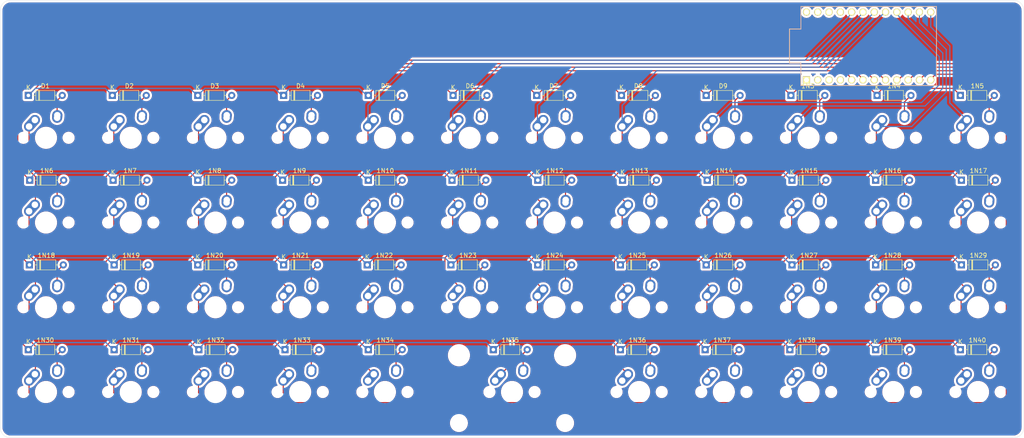
<source format=kicad_pcb>
(kicad_pcb (version 20171130) (host pcbnew "(5.1.10)-1")
  (layers (0 F.Cu signal) (31 B.Cu signal) (34 B.Paste user) (35 F.Paste user hide) (36 B.SilkS user) (37 F.SilkS user) (38 B.Mask user) (39 F.Mask user) (44 Edge.Cuts user))
  (net 0 "")
  (net 1 "Net-(1N3-Pad2)")
  (net 2 row0)
  (net 3 "Net-(1N4-Pad2)")
  (net 4 "Net-(1N5-Pad2)")
  (net 5 "Net-(1N6-Pad2)")
  (net 6 row1)
  (net 7 "Net-(1N7-Pad2)")
  (net 8 "Net-(1N8-Pad2)")
  (net 9 "Net-(1N9-Pad2)")
  (net 10 "Net-(1N10-Pad2)")
  (net 11 "Net-(1N11-Pad2)")
  (net 12 "Net-(1N12-Pad2)")
  (net 13 "Net-(1N13-Pad2)")
  (net 14 "Net-(1N14-Pad2)")
  (net 15 "Net-(1N15-Pad2)")
  (net 16 "Net-(1N16-Pad2)")
  (net 17 "Net-(1N17-Pad2)")
  (net 18 "Net-(1N18-Pad2)")
  (net 19 row2)
  (net 20 "Net-(1N19-Pad2)")
  (net 21 "Net-(1N20-Pad2)")
  (net 22 "Net-(1N21-Pad2)")
  (net 23 "Net-(1N22-Pad2)")
  (net 24 "Net-(1N23-Pad2)")
  (net 25 "Net-(1N24-Pad2)")
  (net 26 "Net-(1N25-Pad2)")
  (net 27 "Net-(1N26-Pad2)")
  (net 28 "Net-(1N27-Pad2)")
  (net 29 "Net-(1N28-Pad2)")
  (net 30 "Net-(1N29-Pad2)")
  (net 31 "Net-(1N30-Pad2)")
  (net 32 row3)
  (net 33 "Net-(1N31-Pad2)")
  (net 34 "Net-(1N32-Pad2)")
  (net 35 "Net-(1N33-Pad2)")
  (net 36 "Net-(1N34-Pad2)")
  (net 37 "Net-(1N35-Pad2)")
  (net 38 "Net-(1N36-Pad2)")
  (net 39 "Net-(1N37-Pad2)")
  (net 40 "Net-(1N38-Pad2)")
  (net 41 "Net-(1N39-Pad2)")
  (net 42 "Net-(1N40-Pad2)")
  (net 43 col1)
  (net 44 col2)
  (net 45 col0)
  (net 46 col3)
  (net 47 "Net-(D1-Pad2)")
  (net 48 "Net-(D2-Pad2)")
  (net 49 "Net-(D3-Pad2)")
  (net 50 "Net-(D4-Pad2)")
  (net 51 "Net-(D5-Pad2)")
  (net 52 "Net-(D6-Pad2)")
  (net 53 "Net-(D7-Pad2)")
  (net 54 "Net-(D8-Pad2)")
  (net 55 "Net-(D9-Pad2)")
  (net 56 col11)
  (net 57 col10)
  (net 58 col4)
  (net 59 col5)
  (net 60 col6)
  (net 61 col8)
  (net 62 col7)
  (net 63 col9)
  (net 64 "Net-(promicro1-Pad24)")
  (net 65 "Net-(promicro1-Pad23)")
  (net 66 "Net-(promicro1-Pad22)")
  (net 67 "Net-(promicro1-Pad21)")
  (net 68 "Net-(promicro1-Pad3)")
  (net 69 "Net-(promicro1-Pad2)")
  (net 70 "Net-(promicro1-Pad1)")
  (net 71 "Net-(promicro1-Pad4)")
  (module promicro:ProMicro (layer F.Cu) (at 222.25 42.8625)
    (fp_text reference promicro1 hide)
    (fp_text value ProMicro)
    (pad 24 thru_hole circle (at -13.97 -7.62) (size 1.6 1.6) (drill 1.1) (layers *.Cu *.Mask F.SilkS) (net 64 "Net-(promicro1-Pad24)"))
    (pad 23 thru_hole circle (at -11.43 -7.62) (size 1.6 1.6) (drill 1.1) (layers *.Cu *.Mask F.SilkS) (net 65 "Net-(promicro1-Pad23)"))
    (pad 22 thru_hole circle (at -8.89 -7.62) (size 1.6 1.6) (drill 1.1) (layers *.Cu *.Mask F.SilkS) (net 66 "Net-(promicro1-Pad22)"))
    (pad 21 thru_hole circle (at -6.35 -7.62) (size 1.6 1.6) (drill 1.1) (layers *.Cu *.Mask F.SilkS) (net 67 "Net-(promicro1-Pad21)"))
    (pad 20 thru_hole circle (at -3.81 -7.62) (size 1.6 1.6) (drill 1.1) (layers *.Cu *.Mask F.SilkS) (net 58 col4))
    (pad 19 thru_hole circle (at -1.27 -7.62) (size 1.6 1.6) (drill 1.1) (layers *.Cu *.Mask F.SilkS) (net 59 col5))
    (pad 18 thru_hole circle (at 1.27 -7.62) (size 1.6 1.6) (drill 1.1) (layers *.Cu *.Mask F.SilkS) (net 60 col6))
    (pad 17 thru_hole circle (at 3.81 -7.62) (size 1.6 1.6) (drill 1.1) (layers *.Cu *.Mask F.SilkS) (net 62 col7))
    (pad 16 thru_hole circle (at 6.35 -7.62) (size 1.6 1.6) (drill 1.1) (layers *.Cu *.Mask F.SilkS) (net 61 col8))
    (pad 15 thru_hole circle (at 8.89 -7.62) (size 1.6 1.6) (drill 1.1) (layers *.Cu *.Mask F.SilkS) (net 63 col9))
    (pad 14 thru_hole circle (at 11.43 -7.62) (size 1.6 1.6) (drill 1.1) (layers *.Cu *.Mask F.SilkS) (net 57 col10))
    (pad 13 thru_hole circle (at 13.97 -7.62) (size 1.6 1.6) (drill 1.1) (layers *.Cu *.Mask F.SilkS) (net 56 col11))
    (pad 12 thru_hole circle (at 13.97 7.62) (size 1.6 1.6) (drill 1.1) (layers *.Cu *.Mask F.SilkS) (net 46 col3))
    (pad 11 thru_hole circle (at 11.43 7.62) (size 1.6 1.6) (drill 1.1) (layers *.Cu *.Mask F.SilkS) (net 44 col2))
    (pad 10 thru_hole circle (at 8.89 7.62) (size 1.6 1.6) (drill 1.1) (layers *.Cu *.Mask F.SilkS) (net 43 col1))
    (pad 9 thru_hole circle (at 6.35 7.62) (size 1.6 1.6) (drill 1.1) (layers *.Cu *.Mask F.SilkS) (net 45 col0))
    (pad 8 thru_hole circle (at 3.81 7.62) (size 1.6 1.6) (drill 1.1) (layers *.Cu *.Mask F.SilkS) (net 32 row3))
    (pad 7 thru_hole circle (at 1.27 7.62) (size 1.6 1.6) (drill 1.1) (layers *.Cu *.Mask F.SilkS) (net 19 row2))
    (pad 6 thru_hole circle (at -1.27 7.62) (size 1.6 1.6) (drill 1.1) (layers *.Cu *.Mask F.SilkS) (net 6 row1))
    (pad 5 thru_hole circle (at -3.81 7.62) (size 1.6 1.6) (drill 1.1) (layers *.Cu *.Mask F.SilkS) (net 2 row0))
    (pad 4 thru_hole circle (at -6.35 7.62) (size 1.6 1.6) (drill 1.1) (layers *.Cu *.Mask F.SilkS) (net 71 "Net-(promicro1-Pad4)"))
    (pad 3 thru_hole circle (at -8.89 7.62) (size 1.6 1.6) (drill 1.1) (layers *.Cu *.Mask F.SilkS) (net 68 "Net-(promicro1-Pad3)"))
    (pad 2 thru_hole circle (at -11.43 7.62) (size 1.6 1.6) (drill 1.1) (layers *.Cu *.Mask F.SilkS) (net 69 "Net-(promicro1-Pad2)"))
    (pad 1 thru_hole rect (at -13.97 7.62) (size 1.6 1.6) (drill 1.1) (layers *.Cu *.Mask F.SilkS) (net 70 "Net-(promicro1-Pad1)"))
  )
  (module MX_Alps_Hybrid:MX-1U-NoLED (layer F.Cu) (at 151.60625 101.6)
    (fp_text reference n1)
    (fp_text value MX-NoLED)
    (pad "" np_thru_hole circle (at 5.08 0 48.0996) (size 1.75 1.75) (drill 1.75) (layers *.Cu *.Mask))
    (pad "" np_thru_hole circle (at -5.08 0 48.0996) (size 1.75 1.75) (drill 1.75) (layers *.Cu *.Mask))
    (pad 1 thru_hole circle (at -2.5 -4) (size 2.25 2.25) (drill 1.47) (layers *.Cu B.Mask) (net 60 col6))
    (pad "" np_thru_hole circle (at 0 0) (size 3.9878 3.9878) (drill 3.9878) (layers *.Cu *.Mask))
    (pad 1 thru_hole oval (at -3.81 -2.54 48.0996) (size 4.211556 2.25) (drill 1.47 (offset 0.980778 0)) (layers *.Cu B.Mask) (net 60 col6))
    (pad 2 thru_hole circle (at 2.54 -5.08) (size 2.25 2.25) (drill 1.47) (layers *.Cu B.Mask) (net 25 "Net-(1N24-Pad2)"))
    (pad 2 thru_hole oval (at 2.5 -4.5 86.0548) (size 2.831378 2.25) (drill 1.47 (offset 0.290689 0)) (layers *.Cu B.Mask) (net 25 "Net-(1N24-Pad2)"))
  )
  (module MX_Alps_Hybrid:MX-1U-NoLED (layer F.Cu) (at 132.55625 101.6)
    (fp_text reference b1)
    (fp_text value MX-NoLED)
    (pad "" np_thru_hole circle (at 5.08 0 48.0996) (size 1.75 1.75) (drill 1.75) (layers *.Cu *.Mask))
    (pad "" np_thru_hole circle (at -5.08 0 48.0996) (size 1.75 1.75) (drill 1.75) (layers *.Cu *.Mask))
    (pad 1 thru_hole circle (at -2.5 -4) (size 2.25 2.25) (drill 1.47) (layers *.Cu B.Mask) (net 59 col5))
    (pad "" np_thru_hole circle (at 0 0) (size 3.9878 3.9878) (drill 3.9878) (layers *.Cu *.Mask))
    (pad 1 thru_hole oval (at -3.81 -2.54 48.0996) (size 4.211556 2.25) (drill 1.47 (offset 0.980778 0)) (layers *.Cu B.Mask) (net 59 col5))
    (pad 2 thru_hole circle (at 2.54 -5.08) (size 2.25 2.25) (drill 1.47) (layers *.Cu B.Mask) (net 24 "Net-(1N23-Pad2)"))
    (pad 2 thru_hole oval (at 2.5 -4.5 86.0548) (size 2.831378 2.25) (drill 1.47 (offset 0.290689 0)) (layers *.Cu B.Mask) (net 24 "Net-(1N23-Pad2)"))
  )
  (module MX_Alps_Hybrid:MX-1U-NoLED (layer F.Cu) (at 113.50625 82.55)
    (fp_text reference f1)
    (fp_text value MX-NoLED)
    (pad "" np_thru_hole circle (at 5.08 0 48.0996) (size 1.75 1.75) (drill 1.75) (layers *.Cu *.Mask))
    (pad "" np_thru_hole circle (at -5.08 0 48.0996) (size 1.75 1.75) (drill 1.75) (layers *.Cu *.Mask))
    (pad 1 thru_hole circle (at -2.5 -4) (size 2.25 2.25) (drill 1.47) (layers *.Cu B.Mask) (net 58 col4))
    (pad "" np_thru_hole circle (at 0 0) (size 3.9878 3.9878) (drill 3.9878) (layers *.Cu *.Mask))
    (pad 1 thru_hole oval (at -3.81 -2.54 48.0996) (size 4.211556 2.25) (drill 1.47 (offset 0.980778 0)) (layers *.Cu B.Mask) (net 58 col4))
    (pad 2 thru_hole circle (at 2.54 -5.08) (size 2.25 2.25) (drill 1.47) (layers *.Cu B.Mask) (net 10 "Net-(1N10-Pad2)"))
    (pad 2 thru_hole oval (at 2.5 -4.5 86.0548) (size 2.831378 2.25) (drill 1.47 (offset 0.290689 0)) (layers *.Cu B.Mask) (net 10 "Net-(1N10-Pad2)"))
  )
  (module MX_Alps_Hybrid:MX-1U-NoLED (layer F.Cu) (at 37.30625 120.65)
    (fp_text reference ctrl1)
    (fp_text value MX-NoLED)
    (pad "" np_thru_hole circle (at 5.08 0 48.0996) (size 1.75 1.75) (drill 1.75) (layers *.Cu *.Mask))
    (pad "" np_thru_hole circle (at -5.08 0 48.0996) (size 1.75 1.75) (drill 1.75) (layers *.Cu *.Mask))
    (pad 1 thru_hole circle (at -2.5 -4) (size 2.25 2.25) (drill 1.47) (layers *.Cu B.Mask) (net 45 col0))
    (pad "" np_thru_hole circle (at 0 0) (size 3.9878 3.9878) (drill 3.9878) (layers *.Cu *.Mask))
    (pad 1 thru_hole oval (at -3.81 -2.54 48.0996) (size 4.211556 2.25) (drill 1.47 (offset 0.980778 0)) (layers *.Cu B.Mask) (net 45 col0))
    (pad 2 thru_hole circle (at 2.54 -5.08) (size 2.25 2.25) (drill 1.47) (layers *.Cu B.Mask) (net 31 "Net-(1N30-Pad2)"))
    (pad 2 thru_hole oval (at 2.5 -4.5 86.0548) (size 2.831378 2.25) (drill 1.47 (offset 0.290689 0)) (layers *.Cu B.Mask) (net 31 "Net-(1N30-Pad2)"))
  )
  (module Diode_THT:D_DO-35_SOD27_P7.62mm_Horizontal (layer F.Cu) (at 185.7375 53.975)
    (fp_text reference D9 (at 3.81 -2.12) (layer F.SilkS))
    (fp_text value D_Small)
    (fp_text user K (at 0 -1.8) (layer F.SilkS))
    (pad 2 thru_hole oval (at 7.62 0) (size 1.6 1.6) (drill 0.8) (layers *.Cu *.Mask) (net 55 "Net-(D9-Pad2)"))
    (pad 1 thru_hole rect (at 0 0) (size 1.6 1.6) (drill 0.8) (layers *.Cu *.Mask) (net 2 row0))
  )
  (module Diode_THT:D_DO-35_SOD27_P7.62mm_Horizontal (layer F.Cu) (at 166.6875 53.975)
    (fp_text reference D8 (at 3.81 -2.12) (layer F.SilkS))
    (fp_text value D_Small)
    (fp_text user K (at 0 -1.8) (layer F.SilkS))
    (pad 2 thru_hole oval (at 7.62 0) (size 1.6 1.6) (drill 0.8) (layers *.Cu *.Mask) (net 54 "Net-(D8-Pad2)"))
    (pad 1 thru_hole rect (at 0 0) (size 1.6 1.6) (drill 0.8) (layers *.Cu *.Mask) (net 2 row0))
  )
  (module Diode_THT:D_DO-35_SOD27_P7.62mm_Horizontal (layer F.Cu) (at 147.6375 53.975)
    (fp_text reference D7 (at 3.81 -2.12) (layer F.SilkS))
    (fp_text value D_Small)
    (fp_text user K (at 0 -1.8) (layer F.SilkS))
    (pad 2 thru_hole oval (at 7.62 0) (size 1.6 1.6) (drill 0.8) (layers *.Cu *.Mask) (net 53 "Net-(D7-Pad2)"))
    (pad 1 thru_hole rect (at 0 0) (size 1.6 1.6) (drill 0.8) (layers *.Cu *.Mask) (net 2 row0))
  )
  (module Diode_THT:D_DO-35_SOD27_P7.62mm_Horizontal (layer F.Cu) (at 128.825 53.975)
    (fp_text reference D6 (at 3.81 -2.12) (layer F.SilkS))
    (fp_text value D_Small)
    (fp_text user K (at 0 -1.8) (layer F.SilkS))
    (pad 2 thru_hole oval (at 7.62 0) (size 1.6 1.6) (drill 0.8) (layers *.Cu *.Mask) (net 52 "Net-(D6-Pad2)"))
    (pad 1 thru_hole rect (at 0 0) (size 1.6 1.6) (drill 0.8) (layers *.Cu *.Mask) (net 2 row0))
  )
  (module Diode_THT:D_DO-35_SOD27_P7.62mm_Horizontal (layer F.Cu) (at 109.775 53.975)
    (fp_text reference D5 (at 3.81 -2.12) (layer F.SilkS))
    (fp_text value D_Small)
    (fp_text user K (at 0 -1.8) (layer F.SilkS))
    (pad 2 thru_hole oval (at 7.62 0) (size 1.6 1.6) (drill 0.8) (layers *.Cu *.Mask) (net 51 "Net-(D5-Pad2)"))
    (pad 1 thru_hole rect (at 0 0) (size 1.6 1.6) (drill 0.8) (layers *.Cu *.Mask) (net 2 row0))
  )
  (module Diode_THT:D_DO-35_SOD27_P7.62mm_Horizontal (layer F.Cu) (at 90.725 53.975)
    (fp_text reference D4 (at 3.81 -2.12) (layer F.SilkS))
    (fp_text value D_Small)
    (fp_text user K (at 0 -1.8) (layer F.SilkS))
    (pad 2 thru_hole oval (at 7.62 0) (size 1.6 1.6) (drill 0.8) (layers *.Cu *.Mask) (net 50 "Net-(D4-Pad2)"))
    (pad 1 thru_hole rect (at 0 0) (size 1.6 1.6) (drill 0.8) (layers *.Cu *.Mask) (net 2 row0))
  )
  (module Diode_THT:D_DO-35_SOD27_P7.62mm_Horizontal (layer F.Cu) (at 71.4375 53.975)
    (fp_text reference D3 (at 3.81 -2.12) (layer F.SilkS))
    (fp_text value D_Small)
    (fp_text user K (at 0 -1.8) (layer F.SilkS))
    (pad 2 thru_hole oval (at 7.62 0) (size 1.6 1.6) (drill 0.8) (layers *.Cu *.Mask) (net 49 "Net-(D3-Pad2)"))
    (pad 1 thru_hole rect (at 0 0) (size 1.6 1.6) (drill 0.8) (layers *.Cu *.Mask) (net 2 row0))
  )
  (module Diode_THT:D_DO-35_SOD27_P7.62mm_Horizontal (layer F.Cu) (at 52.225 53.975)
    (fp_text reference D2 (at 3.81 -2.12) (layer F.SilkS))
    (fp_text value D_Small)
    (fp_text user K (at 0 -1.8) (layer F.SilkS))
    (pad 2 thru_hole oval (at 7.62 0) (size 1.6 1.6) (drill 0.8) (layers *.Cu *.Mask) (net 48 "Net-(D2-Pad2)"))
    (pad 1 thru_hole rect (at 0 0) (size 1.6 1.6) (drill 0.8) (layers *.Cu *.Mask) (net 2 row0))
  )
  (module Diode_THT:D_DO-35_SOD27_P7.62mm_Horizontal (layer F.Cu) (at 33.3375 53.975)
    (fp_text reference D1 (at 3.81 -2.12) (layer F.SilkS))
    (fp_text value D_Small)
    (fp_text user K (at 0 -1.8) (layer F.SilkS))
    (pad 2 thru_hole oval (at 7.62 0) (size 1.6 1.6) (drill 0.8) (layers *.Cu *.Mask) (net 47 "Net-(D1-Pad2)"))
    (pad 1 thru_hole rect (at 0 0) (size 1.6 1.6) (drill 0.8) (layers *.Cu *.Mask) (net 2 row0))
  )
  (module Diode_THT:D_DO-35_SOD27_P7.62mm_Horizontal (layer F.Cu) (at 242.8875 111.125)
    (fp_text reference 1N40 (at 3.81 -2.12) (layer F.SilkS))
    (fp_text value D_Small)
    (fp_text user K (at 0 -1.8) (layer F.SilkS))
    (pad 2 thru_hole oval (at 7.62 0) (size 1.6 1.6) (drill 0.8) (layers *.Cu *.Mask) (net 42 "Net-(1N40-Pad2)"))
    (pad 1 thru_hole rect (at 0 0) (size 1.6 1.6) (drill 0.8) (layers *.Cu *.Mask) (net 32 row3))
  )
  (module Diode_THT:D_DO-35_SOD27_P7.62mm_Horizontal (layer F.Cu) (at 223.8375 111.125)
    (fp_text reference 1N39 (at 3.81 -2.12) (layer F.SilkS))
    (fp_text value D_Small)
    (fp_text user K (at 0 -1.8) (layer F.SilkS))
    (pad 2 thru_hole oval (at 7.62 0) (size 1.6 1.6) (drill 0.8) (layers *.Cu *.Mask) (net 41 "Net-(1N39-Pad2)"))
    (pad 1 thru_hole rect (at 0 0) (size 1.6 1.6) (drill 0.8) (layers *.Cu *.Mask) (net 32 row3))
  )
  (module Diode_THT:D_DO-35_SOD27_P7.62mm_Horizontal (layer F.Cu) (at 204.55 111.125)
    (fp_text reference 1N38 (at 3.81 -2.12) (layer F.SilkS))
    (fp_text value D_Small)
    (fp_text user K (at 0 -1.8) (layer F.SilkS))
    (pad 2 thru_hole oval (at 7.62 0) (size 1.6 1.6) (drill 0.8) (layers *.Cu *.Mask) (net 40 "Net-(1N38-Pad2)"))
    (pad 1 thru_hole rect (at 0 0) (size 1.6 1.6) (drill 0.8) (layers *.Cu *.Mask) (net 32 row3))
  )
  (module Diode_THT:D_DO-35_SOD27_P7.62mm_Horizontal (layer F.Cu) (at 185.5 111.125)
    (fp_text reference 1N37 (at 3.81 -2.12) (layer F.SilkS))
    (fp_text value D_Small)
    (fp_text user K (at 0 -1.8) (layer F.SilkS))
    (pad 2 thru_hole oval (at 7.62 0) (size 1.6 1.6) (drill 0.8) (layers *.Cu *.Mask) (net 39 "Net-(1N37-Pad2)"))
    (pad 1 thru_hole rect (at 0 0) (size 1.6 1.6) (drill 0.8) (layers *.Cu *.Mask) (net 32 row3))
  )
  (module Diode_THT:D_DO-35_SOD27_P7.62mm_Horizontal (layer F.Cu) (at 166.45 111.125)
    (fp_text reference 1N36 (at 3.81 -2.12) (layer F.SilkS))
    (fp_text value D_Small)
    (fp_text user K (at 0 -1.8) (layer F.SilkS))
    (pad 2 thru_hole oval (at 7.62 0) (size 1.6 1.6) (drill 0.8) (layers *.Cu *.Mask) (net 38 "Net-(1N36-Pad2)"))
    (pad 1 thru_hole rect (at 0 0) (size 1.6 1.6) (drill 0.8) (layers *.Cu *.Mask) (net 32 row3))
  )
  (module Diode_THT:D_DO-35_SOD27_P7.62mm_Horizontal (layer F.Cu) (at 137.875 111.125)
    (fp_text reference 1N35 (at 3.81 -2.12) (layer F.SilkS))
    (fp_text value D_Small)
    (fp_text user K (at 0 -1.8) (layer F.SilkS))
    (pad 2 thru_hole oval (at 7.62 0) (size 1.6 1.6) (drill 0.8) (layers *.Cu *.Mask) (net 37 "Net-(1N35-Pad2)"))
    (pad 1 thru_hole rect (at 0 0) (size 1.6 1.6) (drill 0.8) (layers *.Cu *.Mask) (net 32 row3))
  )
  (module Diode_THT:D_DO-35_SOD27_P7.62mm_Horizontal (layer F.Cu) (at 109.775 111.125)
    (fp_text reference 1N34 (at 3.81 -2.12) (layer F.SilkS))
    (fp_text value D_Small)
    (fp_text user K (at 0 -1.8) (layer F.SilkS))
    (pad 2 thru_hole oval (at 7.62 0) (size 1.6 1.6) (drill 0.8) (layers *.Cu *.Mask) (net 36 "Net-(1N34-Pad2)"))
    (pad 1 thru_hole rect (at 0 0) (size 1.6 1.6) (drill 0.8) (layers *.Cu *.Mask) (net 32 row3))
  )
  (module Diode_THT:D_DO-35_SOD27_P7.62mm_Horizontal (layer F.Cu) (at 91.04375 111.125)
    (fp_text reference 1N33 (at 3.81 -2.12) (layer F.SilkS))
    (fp_text value D_Small)
    (fp_text user K (at 0 -1.8) (layer F.SilkS))
    (pad 2 thru_hole oval (at 7.62 0) (size 1.6 1.6) (drill 0.8) (layers *.Cu *.Mask) (net 35 "Net-(1N33-Pad2)"))
    (pad 1 thru_hole rect (at 0 0) (size 1.6 1.6) (drill 0.8) (layers *.Cu *.Mask) (net 32 row3))
  )
  (module Diode_THT:D_DO-35_SOD27_P7.62mm_Horizontal (layer F.Cu) (at 71.675 111.125)
    (fp_text reference 1N32 (at 3.81 -2.12) (layer F.SilkS))
    (fp_text value D_Small)
    (fp_text user K (at 0 -1.8) (layer F.SilkS))
    (pad 2 thru_hole oval (at 7.62 0) (size 1.6 1.6) (drill 0.8) (layers *.Cu *.Mask) (net 34 "Net-(1N32-Pad2)"))
    (pad 1 thru_hole rect (at 0 0) (size 1.6 1.6) (drill 0.8) (layers *.Cu *.Mask) (net 32 row3))
  )
  (module Diode_THT:D_DO-35_SOD27_P7.62mm_Horizontal (layer F.Cu) (at 52.625 111.125)
    (fp_text reference 1N31 (at 3.81 -2.12) (layer F.SilkS))
    (fp_text value D_Small)
    (fp_text user K (at 0 -1.8) (layer F.SilkS))
    (pad 2 thru_hole oval (at 7.62 0) (size 1.6 1.6) (drill 0.8) (layers *.Cu *.Mask) (net 33 "Net-(1N31-Pad2)"))
    (pad 1 thru_hole rect (at 0 0) (size 1.6 1.6) (drill 0.8) (layers *.Cu *.Mask) (net 32 row3))
  )
  (module Diode_THT:D_DO-35_SOD27_P7.62mm_Horizontal (layer F.Cu) (at 33.3375 111.125)
    (fp_text reference 1N30 (at 3.81 -2.12) (layer F.SilkS))
    (fp_text value D_Small)
    (fp_text user K (at 0 -1.8) (layer F.SilkS))
    (pad 2 thru_hole oval (at 7.62 0) (size 1.6 1.6) (drill 0.8) (layers *.Cu *.Mask) (net 31 "Net-(1N30-Pad2)"))
    (pad 1 thru_hole rect (at 0 0) (size 1.6 1.6) (drill 0.8) (layers *.Cu *.Mask) (net 32 row3))
  )
  (module Diode_THT:D_DO-35_SOD27_P7.62mm_Horizontal (layer F.Cu) (at 243.125 92.075)
    (fp_text reference 1N29 (at 3.81 -2.12) (layer F.SilkS))
    (fp_text value D_Small)
    (fp_text user K (at 0 -1.8) (layer F.SilkS))
    (pad 2 thru_hole oval (at 7.62 0) (size 1.6 1.6) (drill 0.8) (layers *.Cu *.Mask) (net 30 "Net-(1N29-Pad2)"))
    (pad 1 thru_hole rect (at 0 0) (size 1.6 1.6) (drill 0.8) (layers *.Cu *.Mask) (net 19 row2))
  )
  (module Diode_THT:D_DO-35_SOD27_P7.62mm_Horizontal (layer F.Cu) (at 223.8375 92.075)
    (fp_text reference 1N28 (at 3.81 -2.12) (layer F.SilkS))
    (fp_text value D_Small)
    (fp_text user K (at 0 -1.8) (layer F.SilkS))
    (pad 2 thru_hole oval (at 7.62 0) (size 1.6 1.6) (drill 0.8) (layers *.Cu *.Mask) (net 29 "Net-(1N28-Pad2)"))
    (pad 1 thru_hole rect (at 0 0) (size 1.6 1.6) (drill 0.8) (layers *.Cu *.Mask) (net 19 row2))
  )
  (module Diode_THT:D_DO-35_SOD27_P7.62mm_Horizontal (layer F.Cu) (at 205.025 92.075)
    (fp_text reference 1N27 (at 3.81 -2.12) (layer F.SilkS))
    (fp_text value D_Small)
    (fp_text user K (at 0 -1.8) (layer F.SilkS))
    (pad 2 thru_hole oval (at 7.62 0) (size 1.6 1.6) (drill 0.8) (layers *.Cu *.Mask) (net 28 "Net-(1N27-Pad2)"))
    (pad 1 thru_hole rect (at 0 0) (size 1.6 1.6) (drill 0.8) (layers *.Cu *.Mask) (net 19 row2))
  )
  (module Diode_THT:D_DO-35_SOD27_P7.62mm_Horizontal (layer F.Cu) (at 185.7375 92.075)
    (fp_text reference 1N26 (at 3.81 -2.12) (layer F.SilkS))
    (fp_text value D_Small)
    (fp_text user K (at 0 -1.8) (layer F.SilkS))
    (pad 2 thru_hole oval (at 7.62 0) (size 1.6 1.6) (drill 0.8) (layers *.Cu *.Mask) (net 27 "Net-(1N26-Pad2)"))
    (pad 1 thru_hole rect (at 0 0) (size 1.6 1.6) (drill 0.8) (layers *.Cu *.Mask) (net 19 row2))
  )
  (module Diode_THT:D_DO-35_SOD27_P7.62mm_Horizontal (layer F.Cu) (at 166.45 92.075)
    (fp_text reference 1N25 (at 3.81 -2.12) (layer F.SilkS))
    (fp_text value D_Small)
    (fp_text user K (at 0 -1.8) (layer F.SilkS))
    (pad 2 thru_hole oval (at 7.62 0) (size 1.6 1.6) (drill 0.8) (layers *.Cu *.Mask) (net 26 "Net-(1N25-Pad2)"))
    (pad 1 thru_hole rect (at 0 0) (size 1.6 1.6) (drill 0.8) (layers *.Cu *.Mask) (net 19 row2))
  )
  (module Diode_THT:D_DO-35_SOD27_P7.62mm_Horizontal (layer F.Cu) (at 147.875 92.075)
    (fp_text reference 1N24 (at 3.81 -2.12) (layer F.SilkS))
    (fp_text value D_Small)
    (fp_text user K (at 0 -1.8) (layer F.SilkS))
    (pad 2 thru_hole oval (at 7.62 0) (size 1.6 1.6) (drill 0.8) (layers *.Cu *.Mask) (net 25 "Net-(1N24-Pad2)"))
    (pad 1 thru_hole rect (at 0 0) (size 1.6 1.6) (drill 0.8) (layers *.Cu *.Mask) (net 19 row2))
  )
  (module Diode_THT:D_DO-35_SOD27_P7.62mm_Horizontal (layer F.Cu) (at 128.35 92.075)
    (fp_text reference 1N23 (at 3.81 -2.12) (layer F.SilkS))
    (fp_text value D_Small)
    (fp_text user K (at 0 -1.8) (layer F.SilkS))
    (pad 2 thru_hole oval (at 7.62 0) (size 1.6 1.6) (drill 0.8) (layers *.Cu *.Mask) (net 24 "Net-(1N23-Pad2)"))
    (pad 1 thru_hole rect (at 0 0) (size 1.6 1.6) (drill 0.8) (layers *.Cu *.Mask) (net 19 row2))
  )
  (module Diode_THT:D_DO-35_SOD27_P7.62mm_Horizontal (layer F.Cu) (at 109.5375 92.075)
    (fp_text reference 1N22 (at 3.81 -2.12) (layer F.SilkS))
    (fp_text value D_Small)
    (fp_text user K (at 0 -1.8) (layer F.SilkS))
    (pad 2 thru_hole oval (at 7.62 0) (size 1.6 1.6) (drill 0.8) (layers *.Cu *.Mask) (net 23 "Net-(1N22-Pad2)"))
    (pad 1 thru_hole rect (at 0 0) (size 1.6 1.6) (drill 0.8) (layers *.Cu *.Mask) (net 19 row2))
  )
  (module Diode_THT:D_DO-35_SOD27_P7.62mm_Horizontal (layer F.Cu) (at 90.725 92.075)
    (fp_text reference 1N21 (at 3.81 -2.12) (layer F.SilkS))
    (fp_text value D_Small)
    (fp_text user K (at 0 -1.8) (layer F.SilkS))
    (pad 2 thru_hole oval (at 7.62 0) (size 1.6 1.6) (drill 0.8) (layers *.Cu *.Mask) (net 22 "Net-(1N21-Pad2)"))
    (pad 1 thru_hole rect (at 0 0) (size 1.6 1.6) (drill 0.8) (layers *.Cu *.Mask) (net 19 row2))
  )
  (module Diode_THT:D_DO-35_SOD27_P7.62mm_Horizontal (layer F.Cu) (at 71.4375 92.075)
    (fp_text reference 1N20 (at 3.81 -2.12) (layer F.SilkS))
    (fp_text value D_Small)
    (fp_text user K (at 0 -1.8) (layer F.SilkS))
    (pad 2 thru_hole oval (at 7.62 0) (size 1.6 1.6) (drill 0.8) (layers *.Cu *.Mask) (net 21 "Net-(1N20-Pad2)"))
    (pad 1 thru_hole rect (at 0 0) (size 1.6 1.6) (drill 0.8) (layers *.Cu *.Mask) (net 19 row2))
  )
  (module Diode_THT:D_DO-35_SOD27_P7.62mm_Horizontal (layer F.Cu) (at 52.625 92.075)
    (fp_text reference 1N19 (at 3.81 -2.12) (layer F.SilkS))
    (fp_text value D_Small)
    (fp_text user K (at 0 -1.8) (layer F.SilkS))
    (pad 2 thru_hole oval (at 7.62 0) (size 1.6 1.6) (drill 0.8) (layers *.Cu *.Mask) (net 20 "Net-(1N19-Pad2)"))
    (pad 1 thru_hole rect (at 0 0) (size 1.6 1.6) (drill 0.8) (layers *.Cu *.Mask) (net 19 row2))
  )
  (module Diode_THT:D_DO-35_SOD27_P7.62mm_Horizontal (layer F.Cu) (at 33.575 92.075)
    (fp_text reference 1N18 (at 3.81 -2.12) (layer F.SilkS))
    (fp_text value D_Small)
    (fp_text user K (at 0 -1.8) (layer F.SilkS))
    (pad 2 thru_hole oval (at 7.62 0) (size 1.6 1.6) (drill 0.8) (layers *.Cu *.Mask) (net 18 "Net-(1N18-Pad2)"))
    (pad 1 thru_hole rect (at 0 0) (size 1.6 1.6) (drill 0.8) (layers *.Cu *.Mask) (net 19 row2))
  )
  (module Diode_THT:D_DO-35_SOD27_P7.62mm_Horizontal (layer F.Cu) (at 243.125 73.025)
    (fp_text reference 1N17 (at 3.81 -2.12) (layer F.SilkS))
    (fp_text value D_Small)
    (fp_text user K (at 0 -1.8) (layer F.SilkS))
    (pad 2 thru_hole oval (at 7.62 0) (size 1.6 1.6) (drill 0.8) (layers *.Cu *.Mask) (net 17 "Net-(1N17-Pad2)"))
    (pad 1 thru_hole rect (at 0 0) (size 1.6 1.6) (drill 0.8) (layers *.Cu *.Mask) (net 6 row1))
  )
  (module Diode_THT:D_DO-35_SOD27_P7.62mm_Horizontal (layer F.Cu) (at 223.8375 73.025)
    (fp_text reference 1N16 (at 3.81 -2.12) (layer F.SilkS))
    (fp_text value D_Small)
    (fp_text user K (at 0 -1.8) (layer F.SilkS))
    (pad 2 thru_hole oval (at 7.62 0) (size 1.6 1.6) (drill 0.8) (layers *.Cu *.Mask) (net 16 "Net-(1N16-Pad2)"))
    (pad 1 thru_hole rect (at 0 0) (size 1.6 1.6) (drill 0.8) (layers *.Cu *.Mask) (net 6 row1))
  )
  (module Diode_THT:D_DO-35_SOD27_P7.62mm_Horizontal (layer F.Cu) (at 205.025 73.025)
    (fp_text reference 1N15 (at 3.81 -2.12) (layer F.SilkS))
    (fp_text value D_Small)
    (fp_text user K (at 0 -1.8) (layer F.SilkS))
    (pad 2 thru_hole oval (at 7.62 0) (size 1.6 1.6) (drill 0.8) (layers *.Cu *.Mask) (net 15 "Net-(1N15-Pad2)"))
    (pad 1 thru_hole rect (at 0 0) (size 1.6 1.6) (drill 0.8) (layers *.Cu *.Mask) (net 6 row1))
  )
  (module Diode_THT:D_DO-35_SOD27_P7.62mm_Horizontal (layer F.Cu) (at 185.975 73.025)
    (fp_text reference 1N14 (at 3.81 -2.12) (layer F.SilkS))
    (fp_text value D_Small)
    (fp_text user K (at 0 -1.8) (layer F.SilkS))
    (pad 2 thru_hole oval (at 7.62 0) (size 1.6 1.6) (drill 0.8) (layers *.Cu *.Mask) (net 14 "Net-(1N14-Pad2)"))
    (pad 1 thru_hole rect (at 0 0) (size 1.6 1.6) (drill 0.8) (layers *.Cu *.Mask) (net 6 row1))
  )
  (module Diode_THT:D_DO-35_SOD27_P7.62mm_Horizontal (layer F.Cu) (at 166.925 73.025)
    (fp_text reference 1N13 (at 3.81 -2.12) (layer F.SilkS))
    (fp_text value D_Small)
    (fp_text user K (at 0 -1.8) (layer F.SilkS))
    (pad 2 thru_hole oval (at 7.62 0) (size 1.6 1.6) (drill 0.8) (layers *.Cu *.Mask) (net 13 "Net-(1N13-Pad2)"))
    (pad 1 thru_hole rect (at 0 0) (size 1.6 1.6) (drill 0.8) (layers *.Cu *.Mask) (net 6 row1))
  )
  (module Diode_THT:D_DO-35_SOD27_P7.62mm_Horizontal (layer F.Cu) (at 147.875 73.025)
    (fp_text reference 1N12 (at 3.81 -2.12) (layer F.SilkS))
    (fp_text value D_Small)
    (fp_text user K (at 0 -1.8) (layer F.SilkS))
    (pad 2 thru_hole oval (at 7.62 0) (size 1.6 1.6) (drill 0.8) (layers *.Cu *.Mask) (net 12 "Net-(1N12-Pad2)"))
    (pad 1 thru_hole rect (at 0 0) (size 1.6 1.6) (drill 0.8) (layers *.Cu *.Mask) (net 6 row1))
  )
  (module Diode_THT:D_DO-35_SOD27_P7.62mm_Horizontal (layer F.Cu) (at 128.5875 73.025)
    (fp_text reference 1N11 (at 3.81 -2.12) (layer F.SilkS))
    (fp_text value D_Small)
    (fp_text user K (at 0 -1.8) (layer F.SilkS))
    (pad 2 thru_hole oval (at 7.62 0) (size 1.6 1.6) (drill 0.8) (layers *.Cu *.Mask) (net 11 "Net-(1N11-Pad2)"))
    (pad 1 thru_hole rect (at 0 0) (size 1.6 1.6) (drill 0.8) (layers *.Cu *.Mask) (net 6 row1))
  )
  (module Diode_THT:D_DO-35_SOD27_P7.62mm_Horizontal (layer F.Cu) (at 109.775 73.025)
    (fp_text reference 1N10 (at 3.81 -2.12) (layer F.SilkS))
    (fp_text value D_Small)
    (fp_text user K (at 0 -1.8) (layer F.SilkS))
    (pad 2 thru_hole oval (at 7.62 0) (size 1.6 1.6) (drill 0.8) (layers *.Cu *.Mask) (net 10 "Net-(1N10-Pad2)"))
    (pad 1 thru_hole rect (at 0 0) (size 1.6 1.6) (drill 0.8) (layers *.Cu *.Mask) (net 6 row1))
  )
  (module Diode_THT:D_DO-35_SOD27_P7.62mm_Horizontal (layer F.Cu) (at 90.4875 73.025)
    (fp_text reference 1N9 (at 3.81 -2.12) (layer F.SilkS))
    (fp_text value D_Small)
    (fp_text user K (at 0 -1.8) (layer F.SilkS))
    (pad 2 thru_hole oval (at 7.62 0) (size 1.6 1.6) (drill 0.8) (layers *.Cu *.Mask) (net 9 "Net-(1N9-Pad2)"))
    (pad 1 thru_hole rect (at 0 0) (size 1.6 1.6) (drill 0.8) (layers *.Cu *.Mask) (net 6 row1))
  )
  (module Diode_THT:D_DO-35_SOD27_P7.62mm_Horizontal (layer F.Cu) (at 71.4375 73.025)
    (fp_text reference 1N8 (at 3.81 -2.12) (layer F.SilkS))
    (fp_text value D_Small)
    (fp_text user K (at 0 -1.8) (layer F.SilkS))
    (pad 2 thru_hole oval (at 7.62 0) (size 1.6 1.6) (drill 0.8) (layers *.Cu *.Mask) (net 8 "Net-(1N8-Pad2)"))
    (pad 1 thru_hole rect (at 0 0) (size 1.6 1.6) (drill 0.8) (layers *.Cu *.Mask) (net 6 row1))
  )
  (module Diode_THT:D_DO-35_SOD27_P7.62mm_Horizontal (layer F.Cu) (at 52.3875 73.025)
    (fp_text reference 1N7 (at 3.81 -2.12) (layer F.SilkS))
    (fp_text value D_Small)
    (fp_text user K (at 0 -1.8) (layer F.SilkS))
    (pad 2 thru_hole oval (at 7.62 0) (size 1.6 1.6) (drill 0.8) (layers *.Cu *.Mask) (net 7 "Net-(1N7-Pad2)"))
    (pad 1 thru_hole rect (at 0 0) (size 1.6 1.6) (drill 0.8) (layers *.Cu *.Mask) (net 6 row1))
  )
  (module Diode_THT:D_DO-35_SOD27_P7.62mm_Horizontal (layer F.Cu) (at 33.655 73.025)
    (fp_text reference 1N6 (at 3.81 -2.12) (layer F.SilkS))
    (fp_text value D_Small)
    (fp_text user K (at 0 -1.8) (layer F.SilkS))
    (pad 2 thru_hole oval (at 7.62 0) (size 1.6 1.6) (drill 0.8) (layers *.Cu *.Mask) (net 5 "Net-(1N6-Pad2)"))
    (pad 1 thru_hole rect (at 0 0) (size 1.6 1.6) (drill 0.8) (layers *.Cu *.Mask) (net 6 row1))
  )
  (module Diode_THT:D_DO-35_SOD27_P7.62mm_Horizontal (layer F.Cu) (at 242.8875 53.975)
    (fp_text reference 1N5 (at 3.81 -2.12) (layer F.SilkS))
    (fp_text value D_Small)
    (fp_text user K (at 0 -1.8) (layer F.SilkS))
    (pad 2 thru_hole oval (at 7.62 0) (size 1.6 1.6) (drill 0.8) (layers *.Cu *.Mask) (net 4 "Net-(1N5-Pad2)"))
    (pad 1 thru_hole rect (at 0 0) (size 1.6 1.6) (drill 0.8) (layers *.Cu *.Mask) (net 2 row0))
  )
  (module Diode_THT:D_DO-35_SOD27_P7.62mm_Horizontal (layer F.Cu) (at 224.155 53.975)
    (fp_text reference 1N4 (at 3.81 -2.12) (layer F.SilkS))
    (fp_text value D_Small)
    (fp_text user K (at 0 -1.8) (layer F.SilkS))
    (pad 2 thru_hole oval (at 7.62 0) (size 1.6 1.6) (drill 0.8) (layers *.Cu *.Mask) (net 3 "Net-(1N4-Pad2)"))
    (pad 1 thru_hole rect (at 0 0) (size 1.6 1.6) (drill 0.8) (layers *.Cu *.Mask) (net 2 row0))
  )
  (module Diode_THT:D_DO-35_SOD27_P7.62mm_Horizontal (layer F.Cu) (at 204.7875 53.975)
    (fp_text reference 1N3 (at 3.81 -2.12) (layer F.SilkS))
    (fp_text value D_Small)
    (fp_text user K (at 0 -1.8) (layer F.SilkS))
    (pad 2 thru_hole oval (at 7.62 0) (size 1.6 1.6) (drill 0.8) (layers *.Cu *.Mask) (net 1 "Net-(1N3-Pad2)"))
    (pad 1 thru_hole rect (at 0 0) (size 1.6 1.6) (drill 0.8) (layers *.Cu *.Mask) (net 2 row0))
  )
  (module MX_Alps_Hybrid:MX-1U-NoLED (layer F.Cu) (at 132.55625 63.5)
    (fp_text reference t1)
    (fp_text value MX-NoLED)
    (pad "" np_thru_hole circle (at 5.08 0 48.0996) (size 1.75 1.75) (drill 1.75) (layers *.Cu *.Mask))
    (pad "" np_thru_hole circle (at -5.08 0 48.0996) (size 1.75 1.75) (drill 1.75) (layers *.Cu *.Mask))
    (pad 1 thru_hole circle (at -2.5 -4) (size 2.25 2.25) (drill 1.47) (layers *.Cu B.Mask) (net 59 col5))
    (pad "" np_thru_hole circle (at 0 0) (size 3.9878 3.9878) (drill 3.9878) (layers *.Cu *.Mask))
    (pad 1 thru_hole oval (at -3.81 -2.54 48.0996) (size 4.211556 2.25) (drill 1.47 (offset 0.980778 0)) (layers *.Cu B.Mask) (net 59 col5))
    (pad 2 thru_hole circle (at 2.54 -5.08) (size 2.25 2.25) (drill 1.47) (layers *.Cu B.Mask) (net 52 "Net-(D6-Pad2)"))
    (pad 2 thru_hole oval (at 2.5 -4.5 86.0548) (size 2.831378 2.25) (drill 1.47 (offset 0.290689 0)) (layers *.Cu B.Mask) (net 52 "Net-(D6-Pad2)"))
  )
  (module MX_Alps_Hybrid:MX-1U-NoLED (layer F.Cu) (at 37.30625 63.5)
    (fp_text reference esc1)
    (fp_text value MX-NoLED)
    (pad "" np_thru_hole circle (at 5.08 0 48.0996) (size 1.75 1.75) (drill 1.75) (layers *.Cu *.Mask))
    (pad "" np_thru_hole circle (at -5.08 0 48.0996) (size 1.75 1.75) (drill 1.75) (layers *.Cu *.Mask))
    (pad 1 thru_hole circle (at -2.5 -4) (size 2.25 2.25) (drill 1.47) (layers *.Cu B.Mask) (net 45 col0))
    (pad "" np_thru_hole circle (at 0 0) (size 3.9878 3.9878) (drill 3.9878) (layers *.Cu *.Mask))
    (pad 1 thru_hole oval (at -3.81 -2.54 48.0996) (size 4.211556 2.25) (drill 1.47 (offset 0.980778 0)) (layers *.Cu B.Mask) (net 45 col0))
    (pad 2 thru_hole circle (at 2.54 -5.08) (size 2.25 2.25) (drill 1.47) (layers *.Cu B.Mask) (net 47 "Net-(D1-Pad2)"))
    (pad 2 thru_hole oval (at 2.5 -4.5 86.0548) (size 2.831378 2.25) (drill 1.47 (offset 0.290689 0)) (layers *.Cu B.Mask) (net 47 "Net-(D1-Pad2)"))
  )
  (module MX_Alps_Hybrid:MX-1U-NoLED (layer F.Cu) (at 246.85625 63.5)
    (fp_text reference delete1)
    (fp_text value MX-NoLED)
    (pad "" np_thru_hole circle (at 5.08 0 48.0996) (size 1.75 1.75) (drill 1.75) (layers *.Cu *.Mask))
    (pad "" np_thru_hole circle (at -5.08 0 48.0996) (size 1.75 1.75) (drill 1.75) (layers *.Cu *.Mask))
    (pad 1 thru_hole circle (at -2.5 -4) (size 2.25 2.25) (drill 1.47) (layers *.Cu B.Mask) (net 56 col11))
    (pad "" np_thru_hole circle (at 0 0) (size 3.9878 3.9878) (drill 3.9878) (layers *.Cu *.Mask))
    (pad 1 thru_hole oval (at -3.81 -2.54 48.0996) (size 4.211556 2.25) (drill 1.47 (offset 0.980778 0)) (layers *.Cu B.Mask) (net 56 col11))
    (pad 2 thru_hole circle (at 2.54 -5.08) (size 2.25 2.25) (drill 1.47) (layers *.Cu B.Mask) (net 4 "Net-(1N5-Pad2)"))
    (pad 2 thru_hole oval (at 2.5 -4.5 86.0548) (size 2.831378 2.25) (drill 1.47 (offset 0.290689 0)) (layers *.Cu B.Mask) (net 4 "Net-(1N5-Pad2)"))
  )
  (module MX_Alps_Hybrid:MX-1U-NoLED (layer F.Cu) (at 94.45625 82.55)
    (fp_text reference d1)
    (fp_text value MX-NoLED)
    (pad "" np_thru_hole circle (at 5.08 0 48.0996) (size 1.75 1.75) (drill 1.75) (layers *.Cu *.Mask))
    (pad "" np_thru_hole circle (at -5.08 0 48.0996) (size 1.75 1.75) (drill 1.75) (layers *.Cu *.Mask))
    (pad 1 thru_hole circle (at -2.5 -4) (size 2.25 2.25) (drill 1.47) (layers *.Cu B.Mask) (net 46 col3))
    (pad "" np_thru_hole circle (at 0 0) (size 3.9878 3.9878) (drill 3.9878) (layers *.Cu *.Mask))
    (pad 1 thru_hole oval (at -3.81 -2.54 48.0996) (size 4.211556 2.25) (drill 1.47 (offset 0.980778 0)) (layers *.Cu B.Mask) (net 46 col3))
    (pad 2 thru_hole circle (at 2.54 -5.08) (size 2.25 2.25) (drill 1.47) (layers *.Cu B.Mask) (net 9 "Net-(1N9-Pad2)"))
    (pad 2 thru_hole oval (at 2.5 -4.5 86.0548) (size 2.831378 2.25) (drill 1.47 (offset 0.290689 0)) (layers *.Cu B.Mask) (net 9 "Net-(1N9-Pad2)"))
  )
  (module MX_Alps_Hybrid:MX-1U-NoLED (layer F.Cu) (at 56.35625 101.6)
    (fp_text reference z1)
    (fp_text value MX-NoLED)
    (pad "" np_thru_hole circle (at 5.08 0 48.0996) (size 1.75 1.75) (drill 1.75) (layers *.Cu *.Mask))
    (pad "" np_thru_hole circle (at -5.08 0 48.0996) (size 1.75 1.75) (drill 1.75) (layers *.Cu *.Mask))
    (pad 1 thru_hole circle (at -2.5 -4) (size 2.25 2.25) (drill 1.47) (layers *.Cu B.Mask) (net 43 col1))
    (pad "" np_thru_hole circle (at 0 0) (size 3.9878 3.9878) (drill 3.9878) (layers *.Cu *.Mask))
    (pad 1 thru_hole oval (at -3.81 -2.54 48.0996) (size 4.211556 2.25) (drill 1.47 (offset 0.980778 0)) (layers *.Cu B.Mask) (net 43 col1))
    (pad 2 thru_hole circle (at 2.54 -5.08) (size 2.25 2.25) (drill 1.47) (layers *.Cu B.Mask) (net 20 "Net-(1N19-Pad2)"))
    (pad 2 thru_hole oval (at 2.5 -4.5 86.0548) (size 2.831378 2.25) (drill 1.47 (offset 0.290689 0)) (layers *.Cu B.Mask) (net 20 "Net-(1N19-Pad2)"))
  )
  (module MX_Alps_Hybrid:MX-1U-NoLED (layer F.Cu) (at 75.40625 101.6)
    (fp_text reference x1)
    (fp_text value MX-NoLED)
    (pad "" np_thru_hole circle (at 5.08 0 48.0996) (size 1.75 1.75) (drill 1.75) (layers *.Cu *.Mask))
    (pad "" np_thru_hole circle (at -5.08 0 48.0996) (size 1.75 1.75) (drill 1.75) (layers *.Cu *.Mask))
    (pad 1 thru_hole circle (at -2.5 -4) (size 2.25 2.25) (drill 1.47) (layers *.Cu B.Mask) (net 44 col2))
    (pad "" np_thru_hole circle (at 0 0) (size 3.9878 3.9878) (drill 3.9878) (layers *.Cu *.Mask))
    (pad 1 thru_hole oval (at -3.81 -2.54 48.0996) (size 4.211556 2.25) (drill 1.47 (offset 0.980778 0)) (layers *.Cu B.Mask) (net 44 col2))
    (pad 2 thru_hole circle (at 2.54 -5.08) (size 2.25 2.25) (drill 1.47) (layers *.Cu B.Mask) (net 21 "Net-(1N20-Pad2)"))
    (pad 2 thru_hole oval (at 2.5 -4.5 86.0548) (size 2.831378 2.25) (drill 1.47 (offset 0.290689 0)) (layers *.Cu B.Mask) (net 21 "Net-(1N20-Pad2)"))
  )
  (module MX_Alps_Hybrid:MX-1U-NoLED (layer F.Cu) (at 113.50625 101.6)
    (fp_text reference v1)
    (fp_text value MX-NoLED)
    (pad "" np_thru_hole circle (at 5.08 0 48.0996) (size 1.75 1.75) (drill 1.75) (layers *.Cu *.Mask))
    (pad "" np_thru_hole circle (at -5.08 0 48.0996) (size 1.75 1.75) (drill 1.75) (layers *.Cu *.Mask))
    (pad 1 thru_hole circle (at -2.5 -4) (size 2.25 2.25) (drill 1.47) (layers *.Cu B.Mask) (net 58 col4))
    (pad "" np_thru_hole circle (at 0 0) (size 3.9878 3.9878) (drill 3.9878) (layers *.Cu *.Mask))
    (pad 1 thru_hole oval (at -3.81 -2.54 48.0996) (size 4.211556 2.25) (drill 1.47 (offset 0.980778 0)) (layers *.Cu B.Mask) (net 58 col4))
    (pad 2 thru_hole circle (at 2.54 -5.08) (size 2.25 2.25) (drill 1.47) (layers *.Cu B.Mask) (net 23 "Net-(1N22-Pad2)"))
    (pad 2 thru_hole oval (at 2.5 -4.5 86.0548) (size 2.831378 2.25) (drill 1.47 (offset 0.290689 0)) (layers *.Cu B.Mask) (net 23 "Net-(1N22-Pad2)"))
  )
  (module MX_Alps_Hybrid:MX-2U-ReversedStabilizers-NoLED (layer F.Cu) (at 142.08125 120.65)
    (fp_text reference space1)
    (fp_text value MX-NoLED)
    (pad "" np_thru_hole circle (at 11.938 -8.255) (size 3.9878 3.9878) (drill 3.9878) (layers *.Cu *.Mask))
    (pad "" np_thru_hole circle (at -11.938 -8.255) (size 3.9878 3.9878) (drill 3.9878) (layers *.Cu *.Mask))
    (pad "" np_thru_hole circle (at 11.938 6.985) (size 3.048 3.048) (drill 3.048) (layers *.Cu *.Mask))
    (pad "" np_thru_hole circle (at -11.938 6.985) (size 3.048 3.048) (drill 3.048) (layers *.Cu *.Mask))
    (pad "" np_thru_hole circle (at 5.08 0 48.0996) (size 1.75 1.75) (drill 1.75) (layers *.Cu *.Mask))
    (pad "" np_thru_hole circle (at -5.08 0 48.0996) (size 1.75 1.75) (drill 1.75) (layers *.Cu *.Mask))
    (pad 1 thru_hole circle (at -2.5 -4) (size 2.25 2.25) (drill 1.47) (layers *.Cu B.Mask) (net 60 col6))
    (pad "" np_thru_hole circle (at 0 0) (size 3.9878 3.9878) (drill 3.9878) (layers *.Cu *.Mask))
    (pad 1 thru_hole oval (at -3.81 -2.54 48.0996) (size 4.211556 2.25) (drill 1.47 (offset 0.980778 0)) (layers *.Cu B.Mask) (net 60 col6))
    (pad 2 thru_hole circle (at 2.54 -5.08) (size 2.25 2.25) (drill 1.47) (layers *.Cu B.Mask) (net 37 "Net-(1N35-Pad2)"))
    (pad 2 thru_hole oval (at 2.5 -4.5 86.0548) (size 2.831378 2.25) (drill 1.47 (offset 0.290689 0)) (layers *.Cu B.Mask) (net 37 "Net-(1N35-Pad2)"))
  )
  (module MX_Alps_Hybrid:MX-1U-NoLED (layer F.Cu) (at 37.30625 101.6)
    (fp_text reference shift1)
    (fp_text value MX-NoLED)
    (pad "" np_thru_hole circle (at 5.08 0 48.0996) (size 1.75 1.75) (drill 1.75) (layers *.Cu *.Mask))
    (pad "" np_thru_hole circle (at -5.08 0 48.0996) (size 1.75 1.75) (drill 1.75) (layers *.Cu *.Mask))
    (pad 1 thru_hole circle (at -2.5 -4) (size 2.25 2.25) (drill 1.47) (layers *.Cu B.Mask) (net 45 col0))
    (pad "" np_thru_hole circle (at 0 0) (size 3.9878 3.9878) (drill 3.9878) (layers *.Cu *.Mask))
    (pad 1 thru_hole oval (at -3.81 -2.54 48.0996) (size 4.211556 2.25) (drill 1.47 (offset 0.980778 0)) (layers *.Cu B.Mask) (net 45 col0))
    (pad 2 thru_hole circle (at 2.54 -5.08) (size 2.25 2.25) (drill 1.47) (layers *.Cu B.Mask) (net 18 "Net-(1N18-Pad2)"))
    (pad 2 thru_hole oval (at 2.5 -4.5 86.0548) (size 2.831378 2.25) (drill 1.47 (offset 0.290689 0)) (layers *.Cu B.Mask) (net 18 "Net-(1N18-Pad2)"))
  )
  (module MX_Alps_Hybrid:MX-1U-NoLED (layer F.Cu) (at 208.75625 101.6)
    (fp_text reference period1)
    (fp_text value MX-NoLED)
    (pad "" np_thru_hole circle (at 5.08 0 48.0996) (size 1.75 1.75) (drill 1.75) (layers *.Cu *.Mask))
    (pad "" np_thru_hole circle (at -5.08 0 48.0996) (size 1.75 1.75) (drill 1.75) (layers *.Cu *.Mask))
    (pad 1 thru_hole circle (at -2.5 -4) (size 2.25 2.25) (drill 1.47) (layers *.Cu B.Mask) (net 63 col9))
    (pad "" np_thru_hole circle (at 0 0) (size 3.9878 3.9878) (drill 3.9878) (layers *.Cu *.Mask))
    (pad 1 thru_hole oval (at -3.81 -2.54 48.0996) (size 4.211556 2.25) (drill 1.47 (offset 0.980778 0)) (layers *.Cu B.Mask) (net 63 col9))
    (pad 2 thru_hole circle (at 2.54 -5.08) (size 2.25 2.25) (drill 1.47) (layers *.Cu B.Mask) (net 28 "Net-(1N27-Pad2)"))
    (pad 2 thru_hole oval (at 2.5 -4.5 86.0548) (size 2.831378 2.25) (drill 1.47 (offset 0.290689 0)) (layers *.Cu B.Mask) (net 28 "Net-(1N27-Pad2)"))
  )
  (module MX_Alps_Hybrid:MX-1U-NoLED (layer F.Cu) (at 170.65625 101.6)
    (fp_text reference m1)
    (fp_text value MX-NoLED)
    (pad "" np_thru_hole circle (at 5.08 0 48.0996) (size 1.75 1.75) (drill 1.75) (layers *.Cu *.Mask))
    (pad "" np_thru_hole circle (at -5.08 0 48.0996) (size 1.75 1.75) (drill 1.75) (layers *.Cu *.Mask))
    (pad 1 thru_hole circle (at -2.5 -4) (size 2.25 2.25) (drill 1.47) (layers *.Cu B.Mask) (net 62 col7))
    (pad "" np_thru_hole circle (at 0 0) (size 3.9878 3.9878) (drill 3.9878) (layers *.Cu *.Mask))
    (pad 1 thru_hole oval (at -3.81 -2.54 48.0996) (size 4.211556 2.25) (drill 1.47 (offset 0.980778 0)) (layers *.Cu B.Mask) (net 62 col7))
    (pad 2 thru_hole circle (at 2.54 -5.08) (size 2.25 2.25) (drill 1.47) (layers *.Cu B.Mask) (net 26 "Net-(1N25-Pad2)"))
    (pad 2 thru_hole oval (at 2.5 -4.5 86.0548) (size 2.831378 2.25) (drill 1.47 (offset 0.290689 0)) (layers *.Cu B.Mask) (net 26 "Net-(1N25-Pad2)"))
  )
  (module MX_Alps_Hybrid:MX-1U-NoLED (layer F.Cu) (at 189.70625 101.6)
    (fp_text reference comma1)
    (fp_text value MX-NoLED)
    (pad "" np_thru_hole circle (at 5.08 0 48.0996) (size 1.75 1.75) (drill 1.75) (layers *.Cu *.Mask))
    (pad "" np_thru_hole circle (at -5.08 0 48.0996) (size 1.75 1.75) (drill 1.75) (layers *.Cu *.Mask))
    (pad 1 thru_hole circle (at -2.5 -4) (size 2.25 2.25) (drill 1.47) (layers *.Cu B.Mask) (net 61 col8))
    (pad "" np_thru_hole circle (at 0 0) (size 3.9878 3.9878) (drill 3.9878) (layers *.Cu *.Mask))
    (pad 1 thru_hole oval (at -3.81 -2.54 48.0996) (size 4.211556 2.25) (drill 1.47 (offset 0.980778 0)) (layers *.Cu B.Mask) (net 61 col8))
    (pad 2 thru_hole circle (at 2.54 -5.08) (size 2.25 2.25) (drill 1.47) (layers *.Cu B.Mask) (net 27 "Net-(1N26-Pad2)"))
    (pad 2 thru_hole oval (at 2.5 -4.5 86.0548) (size 2.831378 2.25) (drill 1.47 (offset 0.290689 0)) (layers *.Cu B.Mask) (net 27 "Net-(1N26-Pad2)"))
  )
  (module MX_Alps_Hybrid:MX-1U-NoLED (layer F.Cu) (at 94.45625 101.6)
    (fp_text reference c1)
    (fp_text value MX-NoLED)
    (pad "" np_thru_hole circle (at 5.08 0 48.0996) (size 1.75 1.75) (drill 1.75) (layers *.Cu *.Mask))
    (pad "" np_thru_hole circle (at -5.08 0 48.0996) (size 1.75 1.75) (drill 1.75) (layers *.Cu *.Mask))
    (pad 1 thru_hole circle (at -2.5 -4) (size 2.25 2.25) (drill 1.47) (layers *.Cu B.Mask) (net 46 col3))
    (pad "" np_thru_hole circle (at 0 0) (size 3.9878 3.9878) (drill 3.9878) (layers *.Cu *.Mask))
    (pad 1 thru_hole oval (at -3.81 -2.54 48.0996) (size 4.211556 2.25) (drill 1.47 (offset 0.980778 0)) (layers *.Cu B.Mask) (net 46 col3))
    (pad 2 thru_hole circle (at 2.54 -5.08) (size 2.25 2.25) (drill 1.47) (layers *.Cu B.Mask) (net 22 "Net-(1N21-Pad2)"))
    (pad 2 thru_hole oval (at 2.5 -4.5 86.0548) (size 2.831378 2.25) (drill 1.47 (offset 0.290689 0)) (layers *.Cu B.Mask) (net 22 "Net-(1N21-Pad2)"))
  )
  (module MX_Alps_Hybrid:MX-1U-NoLED (layer F.Cu) (at 151.60625 63.5)
    (fp_text reference y1)
    (fp_text value MX-NoLED)
    (pad "" np_thru_hole circle (at 5.08 0 48.0996) (size 1.75 1.75) (drill 1.75) (layers *.Cu *.Mask))
    (pad "" np_thru_hole circle (at -5.08 0 48.0996) (size 1.75 1.75) (drill 1.75) (layers *.Cu *.Mask))
    (pad 1 thru_hole circle (at -2.5 -4) (size 2.25 2.25) (drill 1.47) (layers *.Cu B.Mask) (net 60 col6))
    (pad "" np_thru_hole circle (at 0 0) (size 3.9878 3.9878) (drill 3.9878) (layers *.Cu *.Mask))
    (pad 1 thru_hole oval (at -3.81 -2.54 48.0996) (size 4.211556 2.25) (drill 1.47 (offset 0.980778 0)) (layers *.Cu B.Mask) (net 60 col6))
    (pad 2 thru_hole circle (at 2.54 -5.08) (size 2.25 2.25) (drill 1.47) (layers *.Cu B.Mask) (net 53 "Net-(D7-Pad2)"))
    (pad 2 thru_hole oval (at 2.5 -4.5 86.0548) (size 2.831378 2.25) (drill 1.47 (offset 0.290689 0)) (layers *.Cu B.Mask) (net 53 "Net-(D7-Pad2)"))
  )
  (module MX_Alps_Hybrid:MX-1U-NoLED (layer F.Cu) (at 56.35625 120.65)
    (fp_text reference win1)
    (fp_text value MX-NoLED)
    (pad "" np_thru_hole circle (at 5.08 0 48.0996) (size 1.75 1.75) (drill 1.75) (layers *.Cu *.Mask))
    (pad "" np_thru_hole circle (at -5.08 0 48.0996) (size 1.75 1.75) (drill 1.75) (layers *.Cu *.Mask))
    (pad 1 thru_hole circle (at -2.5 -4) (size 2.25 2.25) (drill 1.47) (layers *.Cu B.Mask) (net 43 col1))
    (pad "" np_thru_hole circle (at 0 0) (size 3.9878 3.9878) (drill 3.9878) (layers *.Cu *.Mask))
    (pad 1 thru_hole oval (at -3.81 -2.54 48.0996) (size 4.211556 2.25) (drill 1.47 (offset 0.980778 0)) (layers *.Cu B.Mask) (net 43 col1))
    (pad 2 thru_hole circle (at 2.54 -5.08) (size 2.25 2.25) (drill 1.47) (layers *.Cu B.Mask) (net 33 "Net-(1N31-Pad2)"))
    (pad 2 thru_hole oval (at 2.5 -4.5 86.0548) (size 2.831378 2.25) (drill 1.47 (offset 0.290689 0)) (layers *.Cu B.Mask) (net 33 "Net-(1N31-Pad2)"))
  )
  (module MX_Alps_Hybrid:MX-1U-NoLED (layer F.Cu) (at 75.40625 63.5)
    (fp_text reference w1)
    (fp_text value MX-NoLED)
    (pad "" np_thru_hole circle (at 5.08 0 48.0996) (size 1.75 1.75) (drill 1.75) (layers *.Cu *.Mask))
    (pad "" np_thru_hole circle (at -5.08 0 48.0996) (size 1.75 1.75) (drill 1.75) (layers *.Cu *.Mask))
    (pad 1 thru_hole circle (at -2.5 -4) (size 2.25 2.25) (drill 1.47) (layers *.Cu B.Mask) (net 44 col2))
    (pad "" np_thru_hole circle (at 0 0) (size 3.9878 3.9878) (drill 3.9878) (layers *.Cu *.Mask))
    (pad 1 thru_hole oval (at -3.81 -2.54 48.0996) (size 4.211556 2.25) (drill 1.47 (offset 0.980778 0)) (layers *.Cu B.Mask) (net 44 col2))
    (pad 2 thru_hole circle (at 2.54 -5.08) (size 2.25 2.25) (drill 1.47) (layers *.Cu B.Mask) (net 49 "Net-(D3-Pad2)"))
    (pad 2 thru_hole oval (at 2.5 -4.5 86.0548) (size 2.831378 2.25) (drill 1.47 (offset 0.290689 0)) (layers *.Cu B.Mask) (net 49 "Net-(D3-Pad2)"))
  )
  (module MX_Alps_Hybrid:MX-1U-NoLED (layer F.Cu) (at 227.80625 101.6)
    (fp_text reference up1)
    (fp_text value MX-NoLED)
    (pad "" np_thru_hole circle (at 5.08 0 48.0996) (size 1.75 1.75) (drill 1.75) (layers *.Cu *.Mask))
    (pad "" np_thru_hole circle (at -5.08 0 48.0996) (size 1.75 1.75) (drill 1.75) (layers *.Cu *.Mask))
    (pad 1 thru_hole circle (at -2.5 -4) (size 2.25 2.25) (drill 1.47) (layers *.Cu B.Mask) (net 57 col10))
    (pad "" np_thru_hole circle (at 0 0) (size 3.9878 3.9878) (drill 3.9878) (layers *.Cu *.Mask))
    (pad 1 thru_hole oval (at -3.81 -2.54 48.0996) (size 4.211556 2.25) (drill 1.47 (offset 0.980778 0)) (layers *.Cu B.Mask) (net 57 col10))
    (pad 2 thru_hole circle (at 2.54 -5.08) (size 2.25 2.25) (drill 1.47) (layers *.Cu B.Mask) (net 29 "Net-(1N28-Pad2)"))
    (pad 2 thru_hole oval (at 2.5 -4.5 86.0548) (size 2.831378 2.25) (drill 1.47 (offset 0.290689 0)) (layers *.Cu B.Mask) (net 29 "Net-(1N28-Pad2)"))
  )
  (module MX_Alps_Hybrid:MX-1U-NoLED (layer F.Cu) (at 170.65625 63.5)
    (fp_text reference u1)
    (fp_text value MX-NoLED)
    (pad "" np_thru_hole circle (at 5.08 0 48.0996) (size 1.75 1.75) (drill 1.75) (layers *.Cu *.Mask))
    (pad "" np_thru_hole circle (at -5.08 0 48.0996) (size 1.75 1.75) (drill 1.75) (layers *.Cu *.Mask))
    (pad 1 thru_hole circle (at -2.5 -4) (size 2.25 2.25) (drill 1.47) (layers *.Cu B.Mask) (net 62 col7))
    (pad "" np_thru_hole circle (at 0 0) (size 3.9878 3.9878) (drill 3.9878) (layers *.Cu *.Mask))
    (pad 1 thru_hole oval (at -3.81 -2.54 48.0996) (size 4.211556 2.25) (drill 1.47 (offset 0.980778 0)) (layers *.Cu B.Mask) (net 62 col7))
    (pad 2 thru_hole circle (at 2.54 -5.08) (size 2.25 2.25) (drill 1.47) (layers *.Cu B.Mask) (net 54 "Net-(D8-Pad2)"))
    (pad 2 thru_hole oval (at 2.5 -4.5 86.0548) (size 2.831378 2.25) (drill 1.47 (offset 0.290689 0)) (layers *.Cu B.Mask) (net 54 "Net-(D8-Pad2)"))
  )
  (module MX_Alps_Hybrid:MX-1U-NoLED (layer F.Cu) (at 37.30625 82.55)
    (fp_text reference tab1)
    (fp_text value MX-NoLED)
    (pad "" np_thru_hole circle (at 5.08 0 48.0996) (size 1.75 1.75) (drill 1.75) (layers *.Cu *.Mask))
    (pad "" np_thru_hole circle (at -5.08 0 48.0996) (size 1.75 1.75) (drill 1.75) (layers *.Cu *.Mask))
    (pad 1 thru_hole circle (at -2.5 -4) (size 2.25 2.25) (drill 1.47) (layers *.Cu B.Mask) (net 45 col0))
    (pad "" np_thru_hole circle (at 0 0) (size 3.9878 3.9878) (drill 3.9878) (layers *.Cu *.Mask))
    (pad 1 thru_hole oval (at -3.81 -2.54 48.0996) (size 4.211556 2.25) (drill 1.47 (offset 0.980778 0)) (layers *.Cu B.Mask) (net 45 col0))
    (pad 2 thru_hole circle (at 2.54 -5.08) (size 2.25 2.25) (drill 1.47) (layers *.Cu B.Mask) (net 5 "Net-(1N6-Pad2)"))
    (pad 2 thru_hole oval (at 2.5 -4.5 86.0548) (size 2.831378 2.25) (drill 1.47 (offset 0.290689 0)) (layers *.Cu B.Mask) (net 5 "Net-(1N6-Pad2)"))
  )
  (module MX_Alps_Hybrid:MX-1U-NoLED (layer F.Cu) (at 246.85625 101.6)
    (fp_text reference slash1)
    (fp_text value MX-NoLED)
    (pad "" np_thru_hole circle (at 5.08 0 48.0996) (size 1.75 1.75) (drill 1.75) (layers *.Cu *.Mask))
    (pad "" np_thru_hole circle (at -5.08 0 48.0996) (size 1.75 1.75) (drill 1.75) (layers *.Cu *.Mask))
    (pad 1 thru_hole circle (at -2.5 -4) (size 2.25 2.25) (drill 1.47) (layers *.Cu B.Mask) (net 56 col11))
    (pad "" np_thru_hole circle (at 0 0) (size 3.9878 3.9878) (drill 3.9878) (layers *.Cu *.Mask))
    (pad 1 thru_hole oval (at -3.81 -2.54 48.0996) (size 4.211556 2.25) (drill 1.47 (offset 0.980778 0)) (layers *.Cu B.Mask) (net 56 col11))
    (pad 2 thru_hole circle (at 2.54 -5.08) (size 2.25 2.25) (drill 1.47) (layers *.Cu B.Mask) (net 30 "Net-(1N29-Pad2)"))
    (pad 2 thru_hole oval (at 2.5 -4.5 86.0548) (size 2.831378 2.25) (drill 1.47 (offset 0.290689 0)) (layers *.Cu B.Mask) (net 30 "Net-(1N29-Pad2)"))
  )
  (module MX_Alps_Hybrid:MX-1U-NoLED (layer F.Cu) (at 227.80625 82.55)
    (fp_text reference semicolon1)
    (fp_text value MX-NoLED)
    (pad "" np_thru_hole circle (at 5.08 0 48.0996) (size 1.75 1.75) (drill 1.75) (layers *.Cu *.Mask))
    (pad "" np_thru_hole circle (at -5.08 0 48.0996) (size 1.75 1.75) (drill 1.75) (layers *.Cu *.Mask))
    (pad 1 thru_hole circle (at -2.5 -4) (size 2.25 2.25) (drill 1.47) (layers *.Cu B.Mask) (net 57 col10))
    (pad "" np_thru_hole circle (at 0 0) (size 3.9878 3.9878) (drill 3.9878) (layers *.Cu *.Mask))
    (pad 1 thru_hole oval (at -3.81 -2.54 48.0996) (size 4.211556 2.25) (drill 1.47 (offset 0.980778 0)) (layers *.Cu B.Mask) (net 57 col10))
    (pad 2 thru_hole circle (at 2.54 -5.08) (size 2.25 2.25) (drill 1.47) (layers *.Cu B.Mask) (net 16 "Net-(1N16-Pad2)"))
    (pad 2 thru_hole oval (at 2.5 -4.5 86.0548) (size 2.831378 2.25) (drill 1.47 (offset 0.290689 0)) (layers *.Cu B.Mask) (net 16 "Net-(1N16-Pad2)"))
  )
  (module MX_Alps_Hybrid:MX-1U-NoLED (layer F.Cu) (at 75.40625 82.55)
    (fp_text reference s1)
    (fp_text value MX-NoLED)
    (pad "" np_thru_hole circle (at 5.08 0 48.0996) (size 1.75 1.75) (drill 1.75) (layers *.Cu *.Mask))
    (pad "" np_thru_hole circle (at -5.08 0 48.0996) (size 1.75 1.75) (drill 1.75) (layers *.Cu *.Mask))
    (pad 1 thru_hole circle (at -2.5 -4) (size 2.25 2.25) (drill 1.47) (layers *.Cu B.Mask) (net 44 col2))
    (pad "" np_thru_hole circle (at 0 0) (size 3.9878 3.9878) (drill 3.9878) (layers *.Cu *.Mask))
    (pad 1 thru_hole oval (at -3.81 -2.54 48.0996) (size 4.211556 2.25) (drill 1.47 (offset 0.980778 0)) (layers *.Cu B.Mask) (net 44 col2))
    (pad 2 thru_hole circle (at 2.54 -5.08) (size 2.25 2.25) (drill 1.47) (layers *.Cu B.Mask) (net 8 "Net-(1N8-Pad2)"))
    (pad 2 thru_hole oval (at 2.5 -4.5 86.0548) (size 2.831378 2.25) (drill 1.47 (offset 0.290689 0)) (layers *.Cu B.Mask) (net 8 "Net-(1N8-Pad2)"))
  )
  (module MX_Alps_Hybrid:MX-1U-NoLED (layer F.Cu) (at 246.85625 120.65)
    (fp_text reference right1)
    (fp_text value MX-NoLED)
    (pad "" np_thru_hole circle (at 5.08 0 48.0996) (size 1.75 1.75) (drill 1.75) (layers *.Cu *.Mask))
    (pad "" np_thru_hole circle (at -5.08 0 48.0996) (size 1.75 1.75) (drill 1.75) (layers *.Cu *.Mask))
    (pad 1 thru_hole circle (at -2.5 -4) (size 2.25 2.25) (drill 1.47) (layers *.Cu B.Mask) (net 56 col11))
    (pad "" np_thru_hole circle (at 0 0) (size 3.9878 3.9878) (drill 3.9878) (layers *.Cu *.Mask))
    (pad 1 thru_hole oval (at -3.81 -2.54 48.0996) (size 4.211556 2.25) (drill 1.47 (offset 0.980778 0)) (layers *.Cu B.Mask) (net 56 col11))
    (pad 2 thru_hole circle (at 2.54 -5.08) (size 2.25 2.25) (drill 1.47) (layers *.Cu B.Mask) (net 42 "Net-(1N40-Pad2)"))
    (pad 2 thru_hole oval (at 2.5 -4.5 86.0548) (size 2.831378 2.25) (drill 1.47 (offset 0.290689 0)) (layers *.Cu B.Mask) (net 42 "Net-(1N40-Pad2)"))
  )
  (module MX_Alps_Hybrid:MX-1U-NoLED (layer F.Cu) (at 189.70625 120.65)
    (fp_text reference reset1)
    (fp_text value MX-NoLED)
    (pad "" np_thru_hole circle (at 5.08 0 48.0996) (size 1.75 1.75) (drill 1.75) (layers *.Cu *.Mask))
    (pad "" np_thru_hole circle (at -5.08 0 48.0996) (size 1.75 1.75) (drill 1.75) (layers *.Cu *.Mask))
    (pad 1 thru_hole circle (at -2.5 -4) (size 2.25 2.25) (drill 1.47) (layers *.Cu B.Mask) (net 61 col8))
    (pad "" np_thru_hole circle (at 0 0) (size 3.9878 3.9878) (drill 3.9878) (layers *.Cu *.Mask))
    (pad 1 thru_hole oval (at -3.81 -2.54 48.0996) (size 4.211556 2.25) (drill 1.47 (offset 0.980778 0)) (layers *.Cu B.Mask) (net 61 col8))
    (pad 2 thru_hole circle (at 2.54 -5.08) (size 2.25 2.25) (drill 1.47) (layers *.Cu B.Mask) (net 39 "Net-(1N37-Pad2)"))
    (pad 2 thru_hole oval (at 2.5 -4.5 86.0548) (size 2.831378 2.25) (drill 1.47 (offset 0.290689 0)) (layers *.Cu B.Mask) (net 39 "Net-(1N37-Pad2)"))
  )
  (module MX_Alps_Hybrid:MX-1U-NoLED (layer F.Cu) (at 113.50625 63.5)
    (fp_text reference r1)
    (fp_text value MX-NoLED)
    (pad "" np_thru_hole circle (at 5.08 0 48.0996) (size 1.75 1.75) (drill 1.75) (layers *.Cu *.Mask))
    (pad "" np_thru_hole circle (at -5.08 0 48.0996) (size 1.75 1.75) (drill 1.75) (layers *.Cu *.Mask))
    (pad 1 thru_hole circle (at -2.5 -4) (size 2.25 2.25) (drill 1.47) (layers *.Cu B.Mask) (net 58 col4))
    (pad "" np_thru_hole circle (at 0 0) (size 3.9878 3.9878) (drill 3.9878) (layers *.Cu *.Mask))
    (pad 1 thru_hole oval (at -3.81 -2.54 48.0996) (size 4.211556 2.25) (drill 1.47 (offset 0.980778 0)) (layers *.Cu B.Mask) (net 58 col4))
    (pad 2 thru_hole circle (at 2.54 -5.08) (size 2.25 2.25) (drill 1.47) (layers *.Cu B.Mask) (net 51 "Net-(D5-Pad2)"))
    (pad 2 thru_hole oval (at 2.5 -4.5 86.0548) (size 2.831378 2.25) (drill 1.47 (offset 0.290689 0)) (layers *.Cu B.Mask) (net 51 "Net-(D5-Pad2)"))
  )
  (module MX_Alps_Hybrid:MX-1U-NoLED (layer F.Cu) (at 56.35625 63.5)
    (fp_text reference q1)
    (fp_text value MX-NoLED)
    (pad "" np_thru_hole circle (at 5.08 0 48.0996) (size 1.75 1.75) (drill 1.75) (layers *.Cu *.Mask))
    (pad "" np_thru_hole circle (at -5.08 0 48.0996) (size 1.75 1.75) (drill 1.75) (layers *.Cu *.Mask))
    (pad 1 thru_hole circle (at -2.5 -4) (size 2.25 2.25) (drill 1.47) (layers *.Cu B.Mask) (net 43 col1))
    (pad "" np_thru_hole circle (at 0 0) (size 3.9878 3.9878) (drill 3.9878) (layers *.Cu *.Mask))
    (pad 1 thru_hole oval (at -3.81 -2.54 48.0996) (size 4.211556 2.25) (drill 1.47 (offset 0.980778 0)) (layers *.Cu B.Mask) (net 43 col1))
    (pad 2 thru_hole circle (at 2.54 -5.08) (size 2.25 2.25) (drill 1.47) (layers *.Cu B.Mask) (net 48 "Net-(D2-Pad2)"))
    (pad 2 thru_hole oval (at 2.5 -4.5 86.0548) (size 2.831378 2.25) (drill 1.47 (offset 0.290689 0)) (layers *.Cu B.Mask) (net 48 "Net-(D2-Pad2)"))
  )
  (module MX_Alps_Hybrid:MX-1U-NoLED (layer F.Cu) (at 227.80625 63.5)
    (fp_text reference p1)
    (fp_text value MX-NoLED)
    (pad "" np_thru_hole circle (at 5.08 0 48.0996) (size 1.75 1.75) (drill 1.75) (layers *.Cu *.Mask))
    (pad "" np_thru_hole circle (at -5.08 0 48.0996) (size 1.75 1.75) (drill 1.75) (layers *.Cu *.Mask))
    (pad 1 thru_hole circle (at -2.5 -4) (size 2.25 2.25) (drill 1.47) (layers *.Cu B.Mask) (net 57 col10))
    (pad "" np_thru_hole circle (at 0 0) (size 3.9878 3.9878) (drill 3.9878) (layers *.Cu *.Mask))
    (pad 1 thru_hole oval (at -3.81 -2.54 48.0996) (size 4.211556 2.25) (drill 1.47 (offset 0.980778 0)) (layers *.Cu B.Mask) (net 57 col10))
    (pad 2 thru_hole circle (at 2.54 -5.08) (size 2.25 2.25) (drill 1.47) (layers *.Cu B.Mask) (net 3 "Net-(1N4-Pad2)"))
    (pad 2 thru_hole oval (at 2.5 -4.5 86.0548) (size 2.831378 2.25) (drill 1.47 (offset 0.290689 0)) (layers *.Cu B.Mask) (net 3 "Net-(1N4-Pad2)"))
  )
  (module MX_Alps_Hybrid:MX-1U-NoLED (layer F.Cu) (at 208.75625 63.5)
    (fp_text reference o1)
    (fp_text value MX-NoLED)
    (pad "" np_thru_hole circle (at 5.08 0 48.0996) (size 1.75 1.75) (drill 1.75) (layers *.Cu *.Mask))
    (pad "" np_thru_hole circle (at -5.08 0 48.0996) (size 1.75 1.75) (drill 1.75) (layers *.Cu *.Mask))
    (pad 1 thru_hole circle (at -2.5 -4) (size 2.25 2.25) (drill 1.47) (layers *.Cu B.Mask) (net 63 col9))
    (pad "" np_thru_hole circle (at 0 0) (size 3.9878 3.9878) (drill 3.9878) (layers *.Cu *.Mask))
    (pad 1 thru_hole oval (at -3.81 -2.54 48.0996) (size 4.211556 2.25) (drill 1.47 (offset 0.980778 0)) (layers *.Cu B.Mask) (net 63 col9))
    (pad 2 thru_hole circle (at 2.54 -5.08) (size 2.25 2.25) (drill 1.47) (layers *.Cu B.Mask) (net 1 "Net-(1N3-Pad2)"))
    (pad 2 thru_hole oval (at 2.5 -4.5 86.0548) (size 2.831378 2.25) (drill 1.47 (offset 0.290689 0)) (layers *.Cu B.Mask) (net 1 "Net-(1N3-Pad2)"))
  )
  (module MX_Alps_Hybrid:MX-1U-NoLED (layer F.Cu) (at 208.75625 120.65)
    (fp_text reference left1)
    (fp_text value MX-NoLED)
    (pad "" np_thru_hole circle (at 5.08 0 48.0996) (size 1.75 1.75) (drill 1.75) (layers *.Cu *.Mask))
    (pad "" np_thru_hole circle (at -5.08 0 48.0996) (size 1.75 1.75) (drill 1.75) (layers *.Cu *.Mask))
    (pad 1 thru_hole circle (at -2.5 -4) (size 2.25 2.25) (drill 1.47) (layers *.Cu B.Mask) (net 63 col9))
    (pad "" np_thru_hole circle (at 0 0) (size 3.9878 3.9878) (drill 3.9878) (layers *.Cu *.Mask))
    (pad 1 thru_hole oval (at -3.81 -2.54 48.0996) (size 4.211556 2.25) (drill 1.47 (offset 0.980778 0)) (layers *.Cu B.Mask) (net 63 col9))
    (pad 2 thru_hole circle (at 2.54 -5.08) (size 2.25 2.25) (drill 1.47) (layers *.Cu B.Mask) (net 40 "Net-(1N38-Pad2)"))
    (pad 2 thru_hole oval (at 2.5 -4.5 86.0548) (size 2.831378 2.25) (drill 1.47 (offset 0.290689 0)) (layers *.Cu B.Mask) (net 40 "Net-(1N38-Pad2)"))
  )
  (module MX_Alps_Hybrid:MX-1U-NoLED (layer F.Cu) (at 170.65625 120.65)
    (fp_text reference layer2)
    (fp_text value MX-NoLED)
    (pad "" np_thru_hole circle (at 5.08 0 48.0996) (size 1.75 1.75) (drill 1.75) (layers *.Cu *.Mask))
    (pad "" np_thru_hole circle (at -5.08 0 48.0996) (size 1.75 1.75) (drill 1.75) (layers *.Cu *.Mask))
    (pad 1 thru_hole circle (at -2.5 -4) (size 2.25 2.25) (drill 1.47) (layers *.Cu B.Mask) (net 62 col7))
    (pad "" np_thru_hole circle (at 0 0) (size 3.9878 3.9878) (drill 3.9878) (layers *.Cu *.Mask))
    (pad 1 thru_hole oval (at -3.81 -2.54 48.0996) (size 4.211556 2.25) (drill 1.47 (offset 0.980778 0)) (layers *.Cu B.Mask) (net 62 col7))
    (pad 2 thru_hole circle (at 2.54 -5.08) (size 2.25 2.25) (drill 1.47) (layers *.Cu B.Mask) (net 38 "Net-(1N36-Pad2)"))
    (pad 2 thru_hole oval (at 2.5 -4.5 86.0548) (size 2.831378 2.25) (drill 1.47 (offset 0.290689 0)) (layers *.Cu B.Mask) (net 38 "Net-(1N36-Pad2)"))
  )
  (module MX_Alps_Hybrid:MX-1U-NoLED (layer F.Cu) (at 113.50625 120.65)
    (fp_text reference layer1)
    (fp_text value MX-NoLED)
    (pad "" np_thru_hole circle (at 5.08 0 48.0996) (size 1.75 1.75) (drill 1.75) (layers *.Cu *.Mask))
    (pad "" np_thru_hole circle (at -5.08 0 48.0996) (size 1.75 1.75) (drill 1.75) (layers *.Cu *.Mask))
    (pad 1 thru_hole circle (at -2.5 -4) (size 2.25 2.25) (drill 1.47) (layers *.Cu B.Mask) (net 58 col4))
    (pad "" np_thru_hole circle (at 0 0) (size 3.9878 3.9878) (drill 3.9878) (layers *.Cu *.Mask))
    (pad 1 thru_hole oval (at -3.81 -2.54 48.0996) (size 4.211556 2.25) (drill 1.47 (offset 0.980778 0)) (layers *.Cu B.Mask) (net 58 col4))
    (pad 2 thru_hole circle (at 2.54 -5.08) (size 2.25 2.25) (drill 1.47) (layers *.Cu B.Mask) (net 36 "Net-(1N34-Pad2)"))
    (pad 2 thru_hole oval (at 2.5 -4.5 86.0548) (size 2.831378 2.25) (drill 1.47 (offset 0.290689 0)) (layers *.Cu B.Mask) (net 36 "Net-(1N34-Pad2)"))
  )
  (module MX_Alps_Hybrid:MX-1U-NoLED (layer F.Cu) (at 208.75625 82.55)
    (fp_text reference l1)
    (fp_text value MX-NoLED)
    (pad "" np_thru_hole circle (at 5.08 0 48.0996) (size 1.75 1.75) (drill 1.75) (layers *.Cu *.Mask))
    (pad "" np_thru_hole circle (at -5.08 0 48.0996) (size 1.75 1.75) (drill 1.75) (layers *.Cu *.Mask))
    (pad 1 thru_hole circle (at -2.5 -4) (size 2.25 2.25) (drill 1.47) (layers *.Cu B.Mask) (net 63 col9))
    (pad "" np_thru_hole circle (at 0 0) (size 3.9878 3.9878) (drill 3.9878) (layers *.Cu *.Mask))
    (pad 1 thru_hole oval (at -3.81 -2.54 48.0996) (size 4.211556 2.25) (drill 1.47 (offset 0.980778 0)) (layers *.Cu B.Mask) (net 63 col9))
    (pad 2 thru_hole circle (at 2.54 -5.08) (size 2.25 2.25) (drill 1.47) (layers *.Cu B.Mask) (net 15 "Net-(1N15-Pad2)"))
    (pad 2 thru_hole oval (at 2.5 -4.5 86.0548) (size 2.831378 2.25) (drill 1.47 (offset 0.290689 0)) (layers *.Cu B.Mask) (net 15 "Net-(1N15-Pad2)"))
  )
  (module MX_Alps_Hybrid:MX-1U-NoLED (layer F.Cu) (at 189.70625 82.55)
    (fp_text reference k1)
    (fp_text value MX-NoLED)
    (pad "" np_thru_hole circle (at 5.08 0 48.0996) (size 1.75 1.75) (drill 1.75) (layers *.Cu *.Mask))
    (pad "" np_thru_hole circle (at -5.08 0 48.0996) (size 1.75 1.75) (drill 1.75) (layers *.Cu *.Mask))
    (pad 1 thru_hole circle (at -2.5 -4) (size 2.25 2.25) (drill 1.47) (layers *.Cu B.Mask) (net 61 col8))
    (pad "" np_thru_hole circle (at 0 0) (size 3.9878 3.9878) (drill 3.9878) (layers *.Cu *.Mask))
    (pad 1 thru_hole oval (at -3.81 -2.54 48.0996) (size 4.211556 2.25) (drill 1.47 (offset 0.980778 0)) (layers *.Cu B.Mask) (net 61 col8))
    (pad 2 thru_hole circle (at 2.54 -5.08) (size 2.25 2.25) (drill 1.47) (layers *.Cu B.Mask) (net 14 "Net-(1N14-Pad2)"))
    (pad 2 thru_hole oval (at 2.5 -4.5 86.0548) (size 2.831378 2.25) (drill 1.47 (offset 0.290689 0)) (layers *.Cu B.Mask) (net 14 "Net-(1N14-Pad2)"))
  )
  (module MX_Alps_Hybrid:MX-1U-NoLED (layer F.Cu) (at 170.65625 82.55)
    (fp_text reference j1)
    (fp_text value MX-NoLED)
    (pad "" np_thru_hole circle (at 5.08 0 48.0996) (size 1.75 1.75) (drill 1.75) (layers *.Cu *.Mask))
    (pad "" np_thru_hole circle (at -5.08 0 48.0996) (size 1.75 1.75) (drill 1.75) (layers *.Cu *.Mask))
    (pad 1 thru_hole circle (at -2.5 -4) (size 2.25 2.25) (drill 1.47) (layers *.Cu B.Mask) (net 62 col7))
    (pad "" np_thru_hole circle (at 0 0) (size 3.9878 3.9878) (drill 3.9878) (layers *.Cu *.Mask))
    (pad 1 thru_hole oval (at -3.81 -2.54 48.0996) (size 4.211556 2.25) (drill 1.47 (offset 0.980778 0)) (layers *.Cu B.Mask) (net 62 col7))
    (pad 2 thru_hole circle (at 2.54 -5.08) (size 2.25 2.25) (drill 1.47) (layers *.Cu B.Mask) (net 13 "Net-(1N13-Pad2)"))
    (pad 2 thru_hole oval (at 2.5 -4.5 86.0548) (size 2.831378 2.25) (drill 1.47 (offset 0.290689 0)) (layers *.Cu B.Mask) (net 13 "Net-(1N13-Pad2)"))
  )
  (module MX_Alps_Hybrid:MX-1U-NoLED (layer F.Cu) (at 189.70625 63.5)
    (fp_text reference i1)
    (fp_text value MX-NoLED)
    (pad "" np_thru_hole circle (at 5.08 0 48.0996) (size 1.75 1.75) (drill 1.75) (layers *.Cu *.Mask))
    (pad "" np_thru_hole circle (at -5.08 0 48.0996) (size 1.75 1.75) (drill 1.75) (layers *.Cu *.Mask))
    (pad 1 thru_hole circle (at -2.5 -4) (size 2.25 2.25) (drill 1.47) (layers *.Cu B.Mask) (net 61 col8))
    (pad "" np_thru_hole circle (at 0 0) (size 3.9878 3.9878) (drill 3.9878) (layers *.Cu *.Mask))
    (pad 1 thru_hole oval (at -3.81 -2.54 48.0996) (size 4.211556 2.25) (drill 1.47 (offset 0.980778 0)) (layers *.Cu B.Mask) (net 61 col8))
    (pad 2 thru_hole circle (at 2.54 -5.08) (size 2.25 2.25) (drill 1.47) (layers *.Cu B.Mask) (net 55 "Net-(D9-Pad2)"))
    (pad 2 thru_hole oval (at 2.5 -4.5 86.0548) (size 2.831378 2.25) (drill 1.47 (offset 0.290689 0)) (layers *.Cu B.Mask) (net 55 "Net-(D9-Pad2)"))
  )
  (module MX_Alps_Hybrid:MX-1U-NoLED (layer F.Cu) (at 151.60625 82.55)
    (fp_text reference h1)
    (fp_text value MX-NoLED)
    (pad "" np_thru_hole circle (at 5.08 0 48.0996) (size 1.75 1.75) (drill 1.75) (layers *.Cu *.Mask))
    (pad "" np_thru_hole circle (at -5.08 0 48.0996) (size 1.75 1.75) (drill 1.75) (layers *.Cu *.Mask))
    (pad 1 thru_hole circle (at -2.5 -4) (size 2.25 2.25) (drill 1.47) (layers *.Cu B.Mask) (net 60 col6))
    (pad "" np_thru_hole circle (at 0 0) (size 3.9878 3.9878) (drill 3.9878) (layers *.Cu *.Mask))
    (pad 1 thru_hole oval (at -3.81 -2.54 48.0996) (size 4.211556 2.25) (drill 1.47 (offset 0.980778 0)) (layers *.Cu B.Mask) (net 60 col6))
    (pad 2 thru_hole circle (at 2.54 -5.08) (size 2.25 2.25) (drill 1.47) (layers *.Cu B.Mask) (net 12 "Net-(1N12-Pad2)"))
    (pad 2 thru_hole oval (at 2.5 -4.5 86.0548) (size 2.831378 2.25) (drill 1.47 (offset 0.290689 0)) (layers *.Cu B.Mask) (net 12 "Net-(1N12-Pad2)"))
  )
  (module MX_Alps_Hybrid:MX-1U-NoLED (layer F.Cu) (at 132.55625 82.55)
    (fp_text reference g1)
    (fp_text value MX-NoLED)
    (pad "" np_thru_hole circle (at 5.08 0 48.0996) (size 1.75 1.75) (drill 1.75) (layers *.Cu *.Mask))
    (pad "" np_thru_hole circle (at -5.08 0 48.0996) (size 1.75 1.75) (drill 1.75) (layers *.Cu *.Mask))
    (pad 1 thru_hole circle (at -2.5 -4) (size 2.25 2.25) (drill 1.47) (layers *.Cu B.Mask) (net 59 col5))
    (pad "" np_thru_hole circle (at 0 0) (size 3.9878 3.9878) (drill 3.9878) (layers *.Cu *.Mask))
    (pad 1 thru_hole oval (at -3.81 -2.54 48.0996) (size 4.211556 2.25) (drill 1.47 (offset 0.980778 0)) (layers *.Cu B.Mask) (net 59 col5))
    (pad 2 thru_hole circle (at 2.54 -5.08) (size 2.25 2.25) (drill 1.47) (layers *.Cu B.Mask) (net 11 "Net-(1N11-Pad2)"))
    (pad 2 thru_hole oval (at 2.5 -4.5 86.0548) (size 2.831378 2.25) (drill 1.47 (offset 0.290689 0)) (layers *.Cu B.Mask) (net 11 "Net-(1N11-Pad2)"))
  )
  (module MX_Alps_Hybrid:MX-1U-NoLED (layer F.Cu) (at 94.45625 120.65)
    (fp_text reference fn1)
    (fp_text value MX-NoLED)
    (pad "" np_thru_hole circle (at 5.08 0 48.0996) (size 1.75 1.75) (drill 1.75) (layers *.Cu *.Mask))
    (pad "" np_thru_hole circle (at -5.08 0 48.0996) (size 1.75 1.75) (drill 1.75) (layers *.Cu *.Mask))
    (pad 1 thru_hole circle (at -2.5 -4) (size 2.25 2.25) (drill 1.47) (layers *.Cu B.Mask) (net 46 col3))
    (pad "" np_thru_hole circle (at 0 0) (size 3.9878 3.9878) (drill 3.9878) (layers *.Cu *.Mask))
    (pad 1 thru_hole oval (at -3.81 -2.54 48.0996) (size 4.211556 2.25) (drill 1.47 (offset 0.980778 0)) (layers *.Cu B.Mask) (net 46 col3))
    (pad 2 thru_hole circle (at 2.54 -5.08) (size 2.25 2.25) (drill 1.47) (layers *.Cu B.Mask) (net 35 "Net-(1N33-Pad2)"))
    (pad 2 thru_hole oval (at 2.5 -4.5 86.0548) (size 2.831378 2.25) (drill 1.47 (offset 0.290689 0)) (layers *.Cu B.Mask) (net 35 "Net-(1N33-Pad2)"))
  )
  (module MX_Alps_Hybrid:MX-1U-NoLED (layer F.Cu) (at 246.85625 82.55)
    (fp_text reference enter1)
    (fp_text value MX-NoLED)
    (pad "" np_thru_hole circle (at 5.08 0 48.0996) (size 1.75 1.75) (drill 1.75) (layers *.Cu *.Mask))
    (pad "" np_thru_hole circle (at -5.08 0 48.0996) (size 1.75 1.75) (drill 1.75) (layers *.Cu *.Mask))
    (pad 1 thru_hole circle (at -2.5 -4) (size 2.25 2.25) (drill 1.47) (layers *.Cu B.Mask) (net 56 col11))
    (pad "" np_thru_hole circle (at 0 0) (size 3.9878 3.9878) (drill 3.9878) (layers *.Cu *.Mask))
    (pad 1 thru_hole oval (at -3.81 -2.54 48.0996) (size 4.211556 2.25) (drill 1.47 (offset 0.980778 0)) (layers *.Cu B.Mask) (net 56 col11))
    (pad 2 thru_hole circle (at 2.54 -5.08) (size 2.25 2.25) (drill 1.47) (layers *.Cu B.Mask) (net 17 "Net-(1N17-Pad2)"))
    (pad 2 thru_hole oval (at 2.5 -4.5 86.0548) (size 2.831378 2.25) (drill 1.47 (offset 0.290689 0)) (layers *.Cu B.Mask) (net 17 "Net-(1N17-Pad2)"))
  )
  (module MX_Alps_Hybrid:MX-1U-NoLED (layer F.Cu) (at 94.45625 63.5)
    (fp_text reference e1)
    (fp_text value MX-NoLED)
    (pad "" np_thru_hole circle (at 5.08 0 48.0996) (size 1.75 1.75) (drill 1.75) (layers *.Cu *.Mask))
    (pad "" np_thru_hole circle (at -5.08 0 48.0996) (size 1.75 1.75) (drill 1.75) (layers *.Cu *.Mask))
    (pad 1 thru_hole circle (at -2.5 -4) (size 2.25 2.25) (drill 1.47) (layers *.Cu B.Mask) (net 46 col3))
    (pad "" np_thru_hole circle (at 0 0) (size 3.9878 3.9878) (drill 3.9878) (layers *.Cu *.Mask))
    (pad 1 thru_hole oval (at -3.81 -2.54 48.0996) (size 4.211556 2.25) (drill 1.47 (offset 0.980778 0)) (layers *.Cu B.Mask) (net 46 col3))
    (pad 2 thru_hole circle (at 2.54 -5.08) (size 2.25 2.25) (drill 1.47) (layers *.Cu B.Mask) (net 50 "Net-(D4-Pad2)"))
    (pad 2 thru_hole oval (at 2.5 -4.5 86.0548) (size 2.831378 2.25) (drill 1.47 (offset 0.290689 0)) (layers *.Cu B.Mask) (net 50 "Net-(D4-Pad2)"))
  )
  (module MX_Alps_Hybrid:MX-1U-NoLED (layer F.Cu) (at 227.80625 120.65)
    (fp_text reference down1)
    (fp_text value MX-NoLED)
    (pad "" np_thru_hole circle (at 5.08 0 48.0996) (size 1.75 1.75) (drill 1.75) (layers *.Cu *.Mask))
    (pad "" np_thru_hole circle (at -5.08 0 48.0996) (size 1.75 1.75) (drill 1.75) (layers *.Cu *.Mask))
    (pad 1 thru_hole circle (at -2.5 -4) (size 2.25 2.25) (drill 1.47) (layers *.Cu B.Mask) (net 57 col10))
    (pad "" np_thru_hole circle (at 0 0) (size 3.9878 3.9878) (drill 3.9878) (layers *.Cu *.Mask))
    (pad 1 thru_hole oval (at -3.81 -2.54 48.0996) (size 4.211556 2.25) (drill 1.47 (offset 0.980778 0)) (layers *.Cu B.Mask) (net 57 col10))
    (pad 2 thru_hole circle (at 2.54 -5.08) (size 2.25 2.25) (drill 1.47) (layers *.Cu B.Mask) (net 41 "Net-(1N39-Pad2)"))
    (pad 2 thru_hole oval (at 2.5 -4.5 86.0548) (size 2.831378 2.25) (drill 1.47 (offset 0.290689 0)) (layers *.Cu B.Mask) (net 41 "Net-(1N39-Pad2)"))
  )
  (module MX_Alps_Hybrid:MX-1U-NoLED (layer F.Cu) (at 75.40625 120.65)
    (fp_text reference alt1)
    (fp_text value MX-NoLED)
    (pad "" np_thru_hole circle (at 5.08 0 48.0996) (size 1.75 1.75) (drill 1.75) (layers *.Cu *.Mask))
    (pad "" np_thru_hole circle (at -5.08 0 48.0996) (size 1.75 1.75) (drill 1.75) (layers *.Cu *.Mask))
    (pad 1 thru_hole circle (at -2.5 -4) (size 2.25 2.25) (drill 1.47) (layers *.Cu B.Mask) (net 44 col2))
    (pad "" np_thru_hole circle (at 0 0) (size 3.9878 3.9878) (drill 3.9878) (layers *.Cu *.Mask))
    (pad 1 thru_hole oval (at -3.81 -2.54 48.0996) (size 4.211556 2.25) (drill 1.47 (offset 0.980778 0)) (layers *.Cu B.Mask) (net 44 col2))
    (pad 2 thru_hole circle (at 2.54 -5.08) (size 2.25 2.25) (drill 1.47) (layers *.Cu B.Mask) (net 34 "Net-(1N32-Pad2)"))
    (pad 2 thru_hole oval (at 2.5 -4.5 86.0548) (size 2.831378 2.25) (drill 1.47 (offset 0.290689 0)) (layers *.Cu B.Mask) (net 34 "Net-(1N32-Pad2)"))
  )
  (module MX_Alps_Hybrid:MX-1U-NoLED (layer F.Cu) (at 56.35625 82.55)
    (fp_text reference a1)
    (fp_text value MX-NoLED)
    (pad "" np_thru_hole circle (at 5.08 0 48.0996) (size 1.75 1.75) (drill 1.75) (layers *.Cu *.Mask))
    (pad "" np_thru_hole circle (at -5.08 0 48.0996) (size 1.75 1.75) (drill 1.75) (layers *.Cu *.Mask))
    (pad 1 thru_hole circle (at -2.5 -4) (size 2.25 2.25) (drill 1.47) (layers *.Cu B.Mask) (net 43 col1))
    (pad "" np_thru_hole circle (at 0 0) (size 3.9878 3.9878) (drill 3.9878) (layers *.Cu *.Mask))
    (pad 1 thru_hole oval (at -3.81 -2.54 48.0996) (size 4.211556 2.25) (drill 1.47 (offset 0.980778 0)) (layers *.Cu B.Mask) (net 43 col1))
    (pad 2 thru_hole circle (at 2.54 -5.08) (size 2.25 2.25) (drill 1.47) (layers *.Cu B.Mask) (net 7 "Net-(1N7-Pad2)"))
    (pad 2 thru_hole oval (at 2.5 -4.5 86.0548) (size 2.831378 2.25) (drill 1.47 (offset 0.290689 0)) (layers *.Cu B.Mask) (net 7 "Net-(1N7-Pad2)"))
  )
  (gr_line (start 29.36875 32.54375) (end 254.79375 32.54375) (layer Edge.Cuts) (width 0.05))
  (gr_line (start 26.9875 34.925) (end 26.9875 128.5875) (layer Edge.Cuts) (width 0.05))
  (gr_arc (start 29.36875 34.925) (end 29.36875 32.54375) (angle -90) (layer Edge.Cuts) (width 0.05))
  (gr_line (start 254.79375 130.96875) (end 29.36875 130.96875) (layer Edge.Cuts) (width 0.05))
  (gr_line (start 257.175 34.925) (end 257.175 128.5875) (layer Edge.Cuts) (width 0.05))
  (gr_arc (start 254.79375 34.925) (end 257.175 34.925) (angle -90) (layer Edge.Cuts) (width 0.05))
  (gr_arc (start 254.79375 128.5875) (end 254.79375 130.96875) (angle -90) (layer Edge.Cuts) (width 0.05))
  (gr_arc (start 29.36875 128.5875) (end 26.9875 128.5875) (angle -90) (layer Edge.Cuts) (width 0.05))
  (segment (start 211.25625 55.12625) (end 212.4075 53.975) (width 0.25) (layer F.Cu) (net 1))
  (segment (start 211.25625 59) (end 211.25625 55.12625) (width 0.25) (layer F.Cu) (net 1))
  (segment (start 107.7875 52.3875) (end 109.375 53.975) (width 0.25) (layer B.Cu) (net 2))
  (segment (start 90.4875 53.975) (end 92.075 52.3875) (width 0.25) (layer B.Cu) (net 2))
  (segment (start 92.075 52.3875) (end 107.7875 52.3875) (width 0.25) (layer B.Cu) (net 2))
  (segment (start 88.7375 52.3875) (end 90.325 53.975) (width 0.25) (layer B.Cu) (net 2))
  (segment (start 71.4375 53.975) (end 73.025 52.3875) (width 0.25) (layer B.Cu) (net 2))
  (segment (start 73.025 52.3875) (end 88.7375 52.3875) (width 0.25) (layer B.Cu) (net 2))
  (segment (start 69.6875 52.3875) (end 71.275 53.975) (width 0.25) (layer B.Cu) (net 2))
  (segment (start 52.3875 53.975) (end 53.975 52.3875) (width 0.25) (layer B.Cu) (net 2))
  (segment (start 53.975 52.3875) (end 69.6875 52.3875) (width 0.25) (layer B.Cu) (net 2))
  (segment (start 218.44 50.4825) (end 218.44 50.165) (width 0.25) (layer F.Cu) (net 2))
  (segment (start 218.44 50.165) (end 216.69375 48.41875) (width 0.25) (layer F.Cu) (net 2))
  (segment (start 38.89375 48.41875) (end 33.3375 53.975) (width 0.25) (layer F.Cu) (net 2))
  (segment (start 216.69375 48.41875) (end 38.89375 48.41875) (width 0.25) (layer F.Cu) (net 2))
  (segment (start 50.6375 52.3875) (end 52.225 53.975) (width 0.25) (layer B.Cu) (net 2))
  (segment (start 34.925 52.3875) (end 50.6375 52.3875) (width 0.25) (layer B.Cu) (net 2))
  (segment (start 33.3375 53.975) (end 34.925 52.3875) (width 0.25) (layer B.Cu) (net 2))
  (segment (start 109.775 53.975) (end 109.775 53.7375) (width 0.25) (layer F.Cu) (net 2))
  (segment (start 109.775 53.7375) (end 111.125 52.3875) (width 0.25) (layer F.Cu) (net 2))
  (segment (start 127.2375 52.3875) (end 128.825 53.975) (width 0.25) (layer F.Cu) (net 2))
  (segment (start 111.125 52.3875) (end 127.2375 52.3875) (width 0.25) (layer F.Cu) (net 2))
  (segment (start 128.825 53.975) (end 128.825 53.7375) (width 0.25) (layer F.Cu) (net 2))
  (segment (start 128.825 53.7375) (end 130.175 52.3875) (width 0.25) (layer F.Cu) (net 2))
  (segment (start 146.05 52.3875) (end 147.6375 53.975) (width 0.25) (layer F.Cu) (net 2))
  (segment (start 130.175 52.3875) (end 146.05 52.3875) (width 0.25) (layer F.Cu) (net 2))
  (segment (start 165.1 52.3875) (end 166.6875 53.975) (width 0.25) (layer F.Cu) (net 2))
  (segment (start 149.225 52.3875) (end 165.1 52.3875) (width 0.25) (layer F.Cu) (net 2))
  (segment (start 147.6375 53.975) (end 149.225 52.3875) (width 0.25) (layer F.Cu) (net 2))
  (segment (start 184.15 52.3875) (end 185.7375 53.975) (width 0.25) (layer F.Cu) (net 2))
  (segment (start 168.275 52.3875) (end 184.15 52.3875) (width 0.25) (layer F.Cu) (net 2))
  (segment (start 166.6875 53.975) (end 168.275 52.3875) (width 0.25) (layer F.Cu) (net 2))
  (segment (start 203.2 52.3875) (end 204.7875 53.975) (width 0.25) (layer F.Cu) (net 2))
  (segment (start 187.325 52.3875) (end 203.2 52.3875) (width 0.25) (layer F.Cu) (net 2))
  (segment (start 185.7375 53.975) (end 187.325 52.3875) (width 0.25) (layer F.Cu) (net 2))
  (segment (start 222.5675 52.3875) (end 224.155 53.975) (width 0.25) (layer F.Cu) (net 2))
  (segment (start 206.375 52.3875) (end 222.5675 52.3875) (width 0.25) (layer F.Cu) (net 2))
  (segment (start 204.7875 53.975) (end 206.375 52.3875) (width 0.25) (layer F.Cu) (net 2))
  (segment (start 224.155 53.975) (end 224.155 53.6575) (width 0.25) (layer F.Cu) (net 2))
  (segment (start 224.155 53.6575) (end 225.425 52.3875) (width 0.25) (layer F.Cu) (net 2))
  (segment (start 241.3 52.3875) (end 242.8875 53.975) (width 0.25) (layer F.Cu) (net 2))
  (segment (start 225.425 52.3875) (end 241.3 52.3875) (width 0.25) (layer F.Cu) (net 2))
  (segment (start 230.30625 55.44375) (end 231.775 53.975) (width 0.25) (layer F.Cu) (net 3))
  (segment (start 230.30625 59) (end 230.30625 55.44375) (width 0.25) (layer F.Cu) (net 3))
  (segment (start 249.35625 55.12625) (end 250.5075 53.975) (width 0.25) (layer F.Cu) (net 4))
  (segment (start 249.35625 59) (end 249.35625 55.12625) (width 0.25) (layer F.Cu) (net 4))
  (segment (start 39.80625 74.49375) (end 41.275 73.025) (width 0.25) (layer F.Cu) (net 5))
  (segment (start 39.80625 78.05) (end 39.80625 74.49375) (width 0.25) (layer F.Cu) (net 5))
  (segment (start 33.3375 73.025) (end 34.925 71.4375) (width 0.25) (layer B.Cu) (net 6))
  (segment (start 50.8 71.4375) (end 34.925 71.4375) (width 0.25) (layer B.Cu) (net 6))
  (segment (start 52.225 72.8625) (end 50.8 71.4375) (width 0.25) (layer B.Cu) (net 6))
  (segment (start 52.3875 73.025) (end 53.975 71.4375) (width 0.25) (layer B.Cu) (net 6))
  (segment (start 69.85 71.4375) (end 53.975 71.4375) (width 0.25) (layer B.Cu) (net 6))
  (segment (start 71.275 72.8625) (end 69.85 71.4375) (width 0.25) (layer B.Cu) (net 6))
  (segment (start 71.4375 73.025) (end 73.025 71.4375) (width 0.25) (layer B.Cu) (net 6))
  (segment (start 88.9 71.4375) (end 73.025 71.4375) (width 0.25) (layer B.Cu) (net 6))
  (segment (start 90.325 72.8625) (end 88.9 71.4375) (width 0.25) (layer B.Cu) (net 6))
  (segment (start 90.4875 73.025) (end 92.075 71.4375) (width 0.25) (layer B.Cu) (net 6))
  (segment (start 107.95 71.4375) (end 92.075 71.4375) (width 0.25) (layer B.Cu) (net 6))
  (segment (start 109.375 72.8625) (end 107.95 71.4375) (width 0.25) (layer B.Cu) (net 6))
  (segment (start 109.5375 73.025) (end 111.125 71.4375) (width 0.25) (layer B.Cu) (net 6))
  (segment (start 127 71.4375) (end 111.125 71.4375) (width 0.25) (layer B.Cu) (net 6))
  (segment (start 128.425 72.8625) (end 127 71.4375) (width 0.25) (layer B.Cu) (net 6))
  (segment (start 128.5875 73.025) (end 130.175 71.4375) (width 0.25) (layer B.Cu) (net 6))
  (segment (start 146.05 71.4375) (end 130.175 71.4375) (width 0.25) (layer B.Cu) (net 6))
  (segment (start 147.475 72.8625) (end 146.05 71.4375) (width 0.25) (layer B.Cu) (net 6))
  (segment (start 147.6375 73.025) (end 149.225 71.4375) (width 0.25) (layer B.Cu) (net 6))
  (segment (start 165.1 71.4375) (end 149.225 71.4375) (width 0.25) (layer B.Cu) (net 6))
  (segment (start 166.525 72.8625) (end 165.1 71.4375) (width 0.25) (layer B.Cu) (net 6))
  (segment (start 166.6875 73.025) (end 168.275 71.4375) (width 0.25) (layer B.Cu) (net 6))
  (segment (start 184.15 71.4375) (end 168.275 71.4375) (width 0.25) (layer B.Cu) (net 6))
  (segment (start 185.575 72.8625) (end 184.15 71.4375) (width 0.25) (layer B.Cu) (net 6))
  (segment (start 185.7375 73.025) (end 187.325 71.4375) (width 0.25) (layer B.Cu) (net 6))
  (segment (start 203.2 71.4375) (end 187.325 71.4375) (width 0.25) (layer B.Cu) (net 6))
  (segment (start 204.625 72.8625) (end 203.2 71.4375) (width 0.25) (layer B.Cu) (net 6))
  (segment (start 204.7875 73.025) (end 206.375 71.4375) (width 0.25) (layer B.Cu) (net 6))
  (segment (start 222.25 71.4375) (end 206.375 71.4375) (width 0.25) (layer B.Cu) (net 6))
  (segment (start 223.675 72.8625) (end 222.25 71.4375) (width 0.25) (layer B.Cu) (net 6))
  (segment (start 223.8375 73.025) (end 225.425 71.4375) (width 0.25) (layer B.Cu) (net 6))
  (segment (start 241.3 71.4375) (end 225.425 71.4375) (width 0.25) (layer B.Cu) (net 6))
  (segment (start 242.725 72.8625) (end 241.3 71.4375) (width 0.25) (layer B.Cu) (net 6))
  (segment (start 30.95625 70.32625) (end 33.655 73.025) (width 0.25) (layer F.Cu) (net 6))
  (segment (start 37.30625 47.625) (end 30.95625 53.975) (width 0.25) (layer F.Cu) (net 6))
  (segment (start 218.28125 47.625) (end 37.30625 47.625) (width 0.25) (layer F.Cu) (net 6))
  (segment (start 220.98 50.32375) (end 218.28125 47.625) (width 0.25) (layer F.Cu) (net 6))
  (segment (start 30.95625 53.975) (end 30.95625 70.32625) (width 0.25) (layer F.Cu) (net 6))
  (segment (start 220.98 50.4825) (end 220.98 50.32375) (width 0.25) (layer F.Cu) (net 6))
  (segment (start 58.85625 74.17625) (end 60.0075 73.025) (width 0.25) (layer F.Cu) (net 7))
  (segment (start 58.85625 78.05) (end 58.85625 74.17625) (width 0.25) (layer F.Cu) (net 7))
  (segment (start 77.90625 74.17625) (end 79.0575 73.025) (width 0.25) (layer F.Cu) (net 8))
  (segment (start 77.90625 78.05) (end 77.90625 74.17625) (width 0.25) (layer F.Cu) (net 8))
  (segment (start 96.95625 74.17625) (end 98.1075 73.025) (width 0.25) (layer F.Cu) (net 9))
  (segment (start 96.95625 78.05) (end 96.95625 74.17625) (width 0.25) (layer F.Cu) (net 9))
  (segment (start 116.00625 74.41375) (end 117.395 73.025) (width 0.25) (layer F.Cu) (net 10))
  (segment (start 116.00625 78.05) (end 116.00625 74.41375) (width 0.25) (layer F.Cu) (net 10))
  (segment (start 135.05625 74.17625) (end 136.2075 73.025) (width 0.25) (layer F.Cu) (net 11))
  (segment (start 135.05625 78.05) (end 135.05625 74.17625) (width 0.25) (layer F.Cu) (net 11))
  (segment (start 154.10625 74.41375) (end 155.495 73.025) (width 0.25) (layer F.Cu) (net 12))
  (segment (start 154.10625 78.05) (end 154.10625 74.41375) (width 0.25) (layer F.Cu) (net 12))
  (segment (start 173.15625 74.41375) (end 174.545 73.025) (width 0.25) (layer F.Cu) (net 13))
  (segment (start 173.15625 78.05) (end 173.15625 74.41375) (width 0.25) (layer F.Cu) (net 13))
  (segment (start 192.20625 74.41375) (end 193.595 73.025) (width 0.25) (layer F.Cu) (net 14))
  (segment (start 192.20625 78.05) (end 192.20625 74.41375) (width 0.25) (layer F.Cu) (net 14))
  (segment (start 211.25625 74.41375) (end 212.645 73.025) (width 0.25) (layer F.Cu) (net 15))
  (segment (start 211.25625 78.05) (end 211.25625 74.41375) (width 0.25) (layer F.Cu) (net 15))
  (segment (start 230.30625 74.17625) (end 231.4575 73.025) (width 0.25) (layer F.Cu) (net 16))
  (segment (start 230.30625 78.05) (end 230.30625 74.17625) (width 0.25) (layer F.Cu) (net 16))
  (segment (start 249.35625 74.41375) (end 250.745 73.025) (width 0.25) (layer F.Cu) (net 17))
  (segment (start 249.35625 78.05) (end 249.35625 74.41375) (width 0.25) (layer F.Cu) (net 17))
  (segment (start 39.80625 93.46375) (end 41.195 92.075) (width 0.25) (layer F.Cu) (net 18))
  (segment (start 39.80625 97.1) (end 39.80625 93.46375) (width 0.25) (layer F.Cu) (net 18))
  (segment (start 223.8375 92.075) (end 225.425 90.4875) (width 0.25) (layer B.Cu) (net 19))
  (segment (start 241.3 90.4875) (end 225.425 90.4875) (width 0.25) (layer B.Cu) (net 19))
  (segment (start 242.725 91.9125) (end 241.3 90.4875) (width 0.25) (layer B.Cu) (net 19))
  (segment (start 205.58125 92.075) (end 207.16875 90.4875) (width 0.25) (layer B.Cu) (net 19))
  (segment (start 223.04375 90.4875) (end 207.16875 90.4875) (width 0.25) (layer B.Cu) (net 19))
  (segment (start 224.46875 91.9125) (end 223.04375 90.4875) (width 0.25) (layer B.Cu) (net 19))
  (segment (start 185.7375 92.075) (end 187.325 90.4875) (width 0.25) (layer B.Cu) (net 19))
  (segment (start 203.2 90.4875) (end 187.325 90.4875) (width 0.25) (layer B.Cu) (net 19))
  (segment (start 204.625 91.9125) (end 203.2 90.4875) (width 0.25) (layer B.Cu) (net 19))
  (segment (start 166.6875 92.075) (end 168.275 90.4875) (width 0.25) (layer B.Cu) (net 19))
  (segment (start 184.15 90.4875) (end 168.275 90.4875) (width 0.25) (layer B.Cu) (net 19))
  (segment (start 185.575 91.9125) (end 184.15 90.4875) (width 0.25) (layer B.Cu) (net 19))
  (segment (start 128.5875 92.075) (end 130.175 90.4875) (width 0.25) (layer B.Cu) (net 19))
  (segment (start 146.05 90.4875) (end 130.175 90.4875) (width 0.25) (layer B.Cu) (net 19))
  (segment (start 147.475 91.9125) (end 146.05 90.4875) (width 0.25) (layer B.Cu) (net 19))
  (segment (start 109.5375 92.075) (end 111.125 90.4875) (width 0.25) (layer B.Cu) (net 19))
  (segment (start 127 90.4875) (end 111.125 90.4875) (width 0.25) (layer B.Cu) (net 19))
  (segment (start 128.425 91.9125) (end 127 90.4875) (width 0.25) (layer B.Cu) (net 19))
  (segment (start 90.4875 92.075) (end 92.075 90.4875) (width 0.25) (layer B.Cu) (net 19))
  (segment (start 107.95 90.4875) (end 92.075 90.4875) (width 0.25) (layer B.Cu) (net 19))
  (segment (start 109.375 91.9125) (end 107.95 90.4875) (width 0.25) (layer B.Cu) (net 19))
  (segment (start 71.4375 92.075) (end 73.025 90.4875) (width 0.25) (layer B.Cu) (net 19))
  (segment (start 88.9 90.4875) (end 73.025 90.4875) (width 0.25) (layer B.Cu) (net 19))
  (segment (start 90.325 91.9125) (end 88.9 90.4875) (width 0.25) (layer B.Cu) (net 19))
  (segment (start 52.3875 92.075) (end 53.975 90.4875) (width 0.25) (layer B.Cu) (net 19))
  (segment (start 69.85 90.4875) (end 53.975 90.4875) (width 0.25) (layer B.Cu) (net 19))
  (segment (start 71.275 91.9125) (end 69.85 90.4875) (width 0.25) (layer B.Cu) (net 19))
  (segment (start 33.3375 92.075) (end 34.925 90.4875) (width 0.25) (layer B.Cu) (net 19))
  (segment (start 50.8 90.4875) (end 34.925 90.4875) (width 0.25) (layer B.Cu) (net 19))
  (segment (start 52.225 91.9125) (end 50.8 90.4875) (width 0.25) (layer B.Cu) (net 19))
  (segment (start 35.71875 46.83125) (end 219.86875 46.83125) (width 0.25) (layer F.Cu) (net 19))
  (segment (start 29.60625 52.94375) (end 35.71875 46.83125) (width 0.25) (layer F.Cu) (net 19))
  (segment (start 29.60625 88.10625) (end 29.60625 52.94375) (width 0.25) (layer F.Cu) (net 19))
  (segment (start 219.86875 46.83125) (end 223.52 50.4825) (width 0.25) (layer F.Cu) (net 19))
  (segment (start 33.575 92.075) (end 29.60625 88.10625) (width 0.25) (layer F.Cu) (net 19))
  (segment (start 147.875 92.075) (end 147.875 91.8375) (width 0.25) (layer B.Cu) (net 19))
  (segment (start 147.875 91.8375) (end 149.225 90.4875) (width 0.25) (layer B.Cu) (net 19))
  (segment (start 164.8625 90.4875) (end 166.45 92.075) (width 0.25) (layer B.Cu) (net 19))
  (segment (start 149.225 90.4875) (end 164.8625 90.4875) (width 0.25) (layer B.Cu) (net 19))
  (segment (start 58.85625 93.46375) (end 60.245 92.075) (width 0.25) (layer F.Cu) (net 20))
  (segment (start 58.85625 97.1) (end 58.85625 93.46375) (width 0.25) (layer F.Cu) (net 20))
  (segment (start 77.90625 93.22625) (end 79.0575 92.075) (width 0.25) (layer F.Cu) (net 21))
  (segment (start 77.90625 97.1) (end 77.90625 93.22625) (width 0.25) (layer F.Cu) (net 21))
  (segment (start 96.95625 93.46375) (end 98.345 92.075) (width 0.25) (layer F.Cu) (net 22))
  (segment (start 96.95625 97.1) (end 96.95625 93.46375) (width 0.25) (layer F.Cu) (net 22))
  (segment (start 116.00625 97.1) (end 116.00625 92.75) (width 0.25) (layer F.Cu) (net 23))
  (segment (start 116.68125 92.075) (end 117.1575 92.075) (width 0.25) (layer F.Cu) (net 23))
  (segment (start 116.00625 92.75) (end 116.68125 92.075) (width 0.25) (layer F.Cu) (net 23))
  (segment (start 135.05625 92.98875) (end 135.97 92.075) (width 0.25) (layer F.Cu) (net 24))
  (segment (start 135.05625 97.1) (end 135.05625 92.98875) (width 0.25) (layer F.Cu) (net 24))
  (segment (start 154.10625 93.46375) (end 155.495 92.075) (width 0.25) (layer F.Cu) (net 25))
  (segment (start 154.10625 97.1) (end 154.10625 93.46375) (width 0.25) (layer F.Cu) (net 25))
  (segment (start 173.15625 92.98875) (end 174.07 92.075) (width 0.25) (layer F.Cu) (net 26))
  (segment (start 173.15625 97.1) (end 173.15625 92.98875) (width 0.25) (layer F.Cu) (net 26))
  (segment (start 192.20625 93.22625) (end 193.3575 92.075) (width 0.25) (layer F.Cu) (net 27))
  (segment (start 192.20625 97.1) (end 192.20625 93.22625) (width 0.25) (layer F.Cu) (net 27))
  (segment (start 211.25625 93.46375) (end 212.645 92.075) (width 0.25) (layer F.Cu) (net 28))
  (segment (start 211.25625 97.1) (end 211.25625 93.46375) (width 0.25) (layer F.Cu) (net 28))
  (segment (start 230.30625 93.22625) (end 231.4575 92.075) (width 0.25) (layer F.Cu) (net 29))
  (segment (start 230.30625 97.1) (end 230.30625 93.22625) (width 0.25) (layer F.Cu) (net 29))
  (segment (start 249.35625 93.46375) (end 250.745 92.075) (width 0.25) (layer F.Cu) (net 30))
  (segment (start 249.35625 97.1) (end 249.35625 93.46375) (width 0.25) (layer F.Cu) (net 30))
  (segment (start 39.80625 112.27625) (end 40.9575 111.125) (width 0.25) (layer F.Cu) (net 31))
  (segment (start 39.80625 116.15) (end 39.80625 112.27625) (width 0.25) (layer F.Cu) (net 31))
  (segment (start 33.3375 111.125) (end 34.925 109.5375) (width 0.25) (layer B.Cu) (net 32))
  (segment (start 50.8 109.5375) (end 34.925 109.5375) (width 0.25) (layer B.Cu) (net 32))
  (segment (start 52.225 110.9625) (end 50.8 109.5375) (width 0.25) (layer B.Cu) (net 32))
  (segment (start 52.3875 111.125) (end 53.975 109.5375) (width 0.25) (layer B.Cu) (net 32))
  (segment (start 69.85 109.5375) (end 53.975 109.5375) (width 0.25) (layer B.Cu) (net 32))
  (segment (start 71.275 110.9625) (end 69.85 109.5375) (width 0.25) (layer B.Cu) (net 32))
  (segment (start 71.4375 111.125) (end 73.025 109.5375) (width 0.25) (layer B.Cu) (net 32))
  (segment (start 88.9 109.5375) (end 73.025 109.5375) (width 0.25) (layer B.Cu) (net 32))
  (segment (start 90.325 110.9625) (end 88.9 109.5375) (width 0.25) (layer B.Cu) (net 32))
  (segment (start 90.4875 111.125) (end 92.075 109.5375) (width 0.25) (layer B.Cu) (net 32))
  (segment (start 107.95 109.5375) (end 92.075 109.5375) (width 0.25) (layer B.Cu) (net 32))
  (segment (start 109.375 110.9625) (end 107.95 109.5375) (width 0.25) (layer B.Cu) (net 32))
  (segment (start 166.6875 111.125) (end 168.275 109.5375) (width 0.25) (layer B.Cu) (net 32))
  (segment (start 184.15 109.5375) (end 168.275 109.5375) (width 0.25) (layer B.Cu) (net 32))
  (segment (start 185.575 110.9625) (end 184.15 109.5375) (width 0.25) (layer B.Cu) (net 32))
  (segment (start 185.7375 111.125) (end 187.325 109.5375) (width 0.25) (layer B.Cu) (net 32))
  (segment (start 203.2 109.5375) (end 187.325 109.5375) (width 0.25) (layer B.Cu) (net 32))
  (segment (start 204.625 110.9625) (end 203.2 109.5375) (width 0.25) (layer B.Cu) (net 32))
  (segment (start 204.7875 111.125) (end 206.375 109.5375) (width 0.25) (layer B.Cu) (net 32))
  (segment (start 222.25 109.5375) (end 206.375 109.5375) (width 0.25) (layer B.Cu) (net 32))
  (segment (start 223.675 110.9625) (end 222.25 109.5375) (width 0.25) (layer B.Cu) (net 32))
  (segment (start 223.8375 111.125) (end 225.425 109.5375) (width 0.25) (layer B.Cu) (net 32))
  (segment (start 241.3 109.5375) (end 225.425 109.5375) (width 0.25) (layer B.Cu) (net 32))
  (segment (start 242.725 110.9625) (end 241.3 109.5375) (width 0.25) (layer B.Cu) (net 32))
  (segment (start 109.775 111.125) (end 109.775 110.8875) (width 0.25) (layer B.Cu) (net 32))
  (segment (start 109.775 110.8875) (end 111.125 109.5375) (width 0.25) (layer B.Cu) (net 32))
  (segment (start 136.2875 109.5375) (end 137.875 111.125) (width 0.25) (layer B.Cu) (net 32))
  (segment (start 111.125 109.5375) (end 136.2875 109.5375) (width 0.25) (layer B.Cu) (net 32))
  (segment (start 137.875 111.125) (end 137.875 110.56875) (width 0.25) (layer B.Cu) (net 32))
  (segment (start 137.875 111.125) (end 138.1125 111.125) (width 0.25) (layer B.Cu) (net 32))
  (segment (start 138.1125 111.125) (end 139.7 109.5375) (width 0.25) (layer B.Cu) (net 32))
  (segment (start 164.8625 109.5375) (end 166.45 111.125) (width 0.25) (layer B.Cu) (net 32))
  (segment (start 139.7 109.5375) (end 164.8625 109.5375) (width 0.25) (layer B.Cu) (net 32))
  (segment (start 225.90125 50.4825) (end 221.45625 46.0375) (width 0.25) (layer F.Cu) (net 32))
  (segment (start 226.06 50.4825) (end 225.90125 50.4825) (width 0.25) (layer F.Cu) (net 32))
  (segment (start 28.575 106.3625) (end 33.3375 111.125) (width 0.25) (layer F.Cu) (net 32))
  (segment (start 28.575 52.3875) (end 28.575 106.3625) (width 0.25) (layer F.Cu) (net 32))
  (segment (start 34.925 46.0375) (end 28.575 52.3875) (width 0.25) (layer F.Cu) (net 32))
  (segment (start 34.925 46.0375) (end 221.45625 46.0375) (width 0.25) (layer F.Cu) (net 32))
  (segment (start 58.85625 112.51375) (end 60.245 111.125) (width 0.25) (layer F.Cu) (net 33))
  (segment (start 58.85625 116.15) (end 58.85625 112.51375) (width 0.25) (layer F.Cu) (net 33))
  (segment (start 77.90625 112.51375) (end 79.295 111.125) (width 0.25) (layer F.Cu) (net 34))
  (segment (start 77.90625 116.15) (end 77.90625 112.51375) (width 0.25) (layer F.Cu) (net 34))
  (segment (start 96.95625 112.8325) (end 98.66375 111.125) (width 0.25) (layer F.Cu) (net 35))
  (segment (start 96.95625 116.15) (end 96.95625 112.8325) (width 0.25) (layer F.Cu) (net 35))
  (segment (start 116.00625 112.51375) (end 117.395 111.125) (width 0.25) (layer F.Cu) (net 36))
  (segment (start 116.00625 116.15) (end 116.00625 112.51375) (width 0.25) (layer F.Cu) (net 36))
  (segment (start 144.58125 112.03875) (end 145.495 111.125) (width 0.25) (layer F.Cu) (net 37))
  (segment (start 144.58125 116.15) (end 144.58125 112.03875) (width 0.25) (layer F.Cu) (net 37))
  (segment (start 173.15625 112.03875) (end 174.07 111.125) (width 0.25) (layer F.Cu) (net 38))
  (segment (start 173.15625 116.15) (end 173.15625 112.03875) (width 0.25) (layer F.Cu) (net 38))
  (segment (start 192.20625 112.03875) (end 193.12 111.125) (width 0.25) (layer F.Cu) (net 39))
  (segment (start 192.20625 116.15) (end 192.20625 112.03875) (width 0.25) (layer F.Cu) (net 39))
  (segment (start 211.25625 112.03875) (end 212.17 111.125) (width 0.25) (layer F.Cu) (net 40))
  (segment (start 211.25625 116.15) (end 211.25625 112.03875) (width 0.25) (layer F.Cu) (net 40))
  (segment (start 230.30625 112.8325) (end 232.01375 111.125) (width 0.25) (layer F.Cu) (net 41))
  (segment (start 230.30625 116.15) (end 230.30625 112.8325) (width 0.25) (layer F.Cu) (net 41))
  (segment (start 249.35625 112.27625) (end 250.5075 111.125) (width 0.25) (layer F.Cu) (net 42))
  (segment (start 249.35625 116.15) (end 249.35625 112.27625) (width 0.25) (layer F.Cu) (net 42))
  (segment (start 52.54625 70.485) (end 50.8 72.23125) (width 0.25) (layer F.Cu) (net 43))
  (segment (start 52.54625 60.96) (end 52.54625 70.485) (width 0.25) (layer F.Cu) (net 43))
  (segment (start 50.8 72.23125) (end 50.8 75.49375) (width 0.25) (layer F.Cu) (net 43))
  (segment (start 50.8 75.49375) (end 53.85625 78.55) (width 0.25) (layer F.Cu) (net 43))
  (segment (start 52.54625 108.585) (end 50.8 110.33125) (width 0.25) (layer F.Cu) (net 43))
  (segment (start 52.54625 99.06) (end 52.54625 108.585) (width 0.25) (layer F.Cu) (net 43))
  (segment (start 50.8 110.33125) (end 50.8 113.59375) (width 0.25) (layer F.Cu) (net 43))
  (segment (start 50.8 113.59375) (end 53.85625 116.65) (width 0.25) (layer F.Cu) (net 43))
  (segment (start 52.54625 89.535) (end 50.8 91.28125) (width 0.25) (layer F.Cu) (net 43))
  (segment (start 52.54625 80.01) (end 52.54625 89.535) (width 0.25) (layer F.Cu) (net 43))
  (segment (start 50.8 91.28125) (end 50.8 94.54375) (width 0.25) (layer F.Cu) (net 43))
  (segment (start 50.8 94.54375) (end 53.85625 97.6) (width 0.25) (layer F.Cu) (net 43))
  (segment (start 231.14 50.4825) (end 231.29875 50.4825) (width 0.25) (layer F.Cu) (net 43))
  (segment (start 231.29875 50.4825) (end 234.15625 47.625) (width 0.25) (layer F.Cu) (net 43))
  (segment (start 234.15625 47.625) (end 249.2375 47.625) (width 0.25) (layer F.Cu) (net 43))
  (segment (start 249.2375 47.625) (end 254.79375 53.18125) (width 0.25) (layer F.Cu) (net 43))
  (segment (start 52.54625 118.11) (end 52.54625 120.80875) (width 0.25) (layer F.Cu) (net 43))
  (segment (start 52.54625 120.80875) (end 56.35625 124.61875) (width 0.25) (layer F.Cu) (net 43))
  (segment (start 56.35625 124.61875) (end 253.20625 124.61875) (width 0.25) (layer F.Cu) (net 43))
  (segment (start 253.20625 124.61875) (end 254.79375 123.03125) (width 0.25) (layer F.Cu) (net 43))
  (segment (start 254.79375 123.03125) (end 254.79375 53.18125) (width 0.25) (layer F.Cu) (net 43))
  (segment (start 71.59625 108.585) (end 69.85 110.33125) (width 0.25) (layer F.Cu) (net 44))
  (segment (start 71.59625 99.06) (end 71.59625 108.585) (width 0.25) (layer F.Cu) (net 44))
  (segment (start 69.85 110.33125) (end 69.85 113.59375) (width 0.25) (layer F.Cu) (net 44))
  (segment (start 69.85 113.59375) (end 72.90625 116.65) (width 0.25) (layer F.Cu) (net 44))
  (segment (start 71.59625 89.535) (end 69.85 91.28125) (width 0.25) (layer F.Cu) (net 44))
  (segment (start 71.59625 80.01) (end 71.59625 89.535) (width 0.25) (layer F.Cu) (net 44))
  (segment (start 69.85 91.28125) (end 69.85 94.54375) (width 0.25) (layer F.Cu) (net 44))
  (segment (start 69.85 94.54375) (end 72.90625 97.6) (width 0.25) (layer F.Cu) (net 44))
  (segment (start 71.59625 70.485) (end 69.85 72.23125) (width 0.25) (layer F.Cu) (net 44))
  (segment (start 71.59625 60.96) (end 71.59625 70.485) (width 0.25) (layer F.Cu) (net 44))
  (segment (start 69.85 72.23125) (end 69.85 75.49375) (width 0.25) (layer F.Cu) (net 44))
  (segment (start 69.85 75.49375) (end 72.90625 78.55) (width 0.25) (layer F.Cu) (net 44))
  (segment (start 233.68 50.4825) (end 234.47375 50.4825) (width 0.25) (layer F.Cu) (net 44))
  (segment (start 233.68 50.4825) (end 235.74375 48.41875) (width 0.25) (layer F.Cu) (net 44))
  (segment (start 235.74375 48.41875) (end 248.44375 48.41875) (width 0.25) (layer F.Cu) (net 44))
  (segment (start 248.44375 48.41875) (end 254 53.975) (width 0.25) (layer F.Cu) (net 44))
  (segment (start 254 53.975) (end 254 56.35625) (width 0.25) (layer F.Cu) (net 44))
  (segment (start 71.59625 118.11) (end 71.59625 120.80875) (width 0.25) (layer F.Cu) (net 44))
  (segment (start 71.59625 120.80875) (end 74.6125 123.825) (width 0.25) (layer F.Cu) (net 44))
  (segment (start 74.6125 123.825) (end 252.4125 123.825) (width 0.25) (layer F.Cu) (net 44))
  (segment (start 252.4125 123.825) (end 254 122.2375) (width 0.25) (layer F.Cu) (net 44))
  (segment (start 254 56.35625) (end 254 122.2375) (width 0.25) (layer F.Cu) (net 44))
  (segment (start 33.49625 108.9025) (end 34.925 110.33125) (width 0.25) (layer F.Cu) (net 45))
  (segment (start 34.925 110.33125) (end 34.925 116.53125) (width 0.25) (layer F.Cu) (net 45))
  (segment (start 33.49625 99.06) (end 33.49625 108.9025) (width 0.25) (layer F.Cu) (net 45))
  (segment (start 33.49625 89.8525) (end 34.925 91.28125) (width 0.25) (layer F.Cu) (net 45))
  (segment (start 34.925 91.28125) (end 34.925 97.48125) (width 0.25) (layer F.Cu) (net 45))
  (segment (start 33.49625 80.01) (end 33.49625 89.8525) (width 0.25) (layer F.Cu) (net 45))
  (segment (start 33.49625 99.06) (end 33.49625 108.585) (width 0.25) (layer F.Cu) (net 45))
  (segment (start 34.925 78.43125) (end 34.80625 78.55) (width 0.25) (layer F.Cu) (net 45))
  (segment (start 34.925 72.23125) (end 34.925 78.43125) (width 0.25) (layer F.Cu) (net 45))
  (segment (start 33.49625 70.8025) (end 34.925 72.23125) (width 0.25) (layer F.Cu) (net 45))
  (segment (start 33.49625 60.96) (end 33.49625 70.8025) (width 0.25) (layer F.Cu) (net 45))
  (segment (start 228.6 50.4825) (end 228.9175 50.4825) (width 0.25) (layer F.Cu) (net 45))
  (segment (start 228.9175 50.4825) (end 232.56875 46.83125) (width 0.25) (layer F.Cu) (net 45))
  (segment (start 232.56875 46.83125) (end 250.03125 46.83125) (width 0.25) (layer F.Cu) (net 45))
  (segment (start 250.03125 46.83125) (end 255.5875 52.3875) (width 0.25) (layer F.Cu) (net 45))
  (segment (start 255.5875 52.3875) (end 255.5875 55.5625) (width 0.25) (layer F.Cu) (net 45))
  (segment (start 33.49625 118.11) (end 33.49625 120.80875) (width 0.25) (layer F.Cu) (net 45))
  (segment (start 33.49625 120.80875) (end 38.1 125.4125) (width 0.25) (layer F.Cu) (net 45))
  (segment (start 254 125.4125) (end 255.5875 123.825) (width 0.25) (layer F.Cu) (net 45))
  (segment (start 38.1 125.4125) (end 254 125.4125) (width 0.25) (layer F.Cu) (net 45))
  (segment (start 255.5875 55.5625) (end 255.5875 123.825) (width 0.25) (layer F.Cu) (net 45))
  (segment (start 90.64625 89.535) (end 88.9 91.28125) (width 0.25) (layer F.Cu) (net 46))
  (segment (start 90.64625 80.01) (end 90.64625 89.535) (width 0.25) (layer F.Cu) (net 46))
  (segment (start 88.9 91.28125) (end 88.9 94.54375) (width 0.25) (layer F.Cu) (net 46))
  (segment (start 88.9 94.54375) (end 91.95625 97.6) (width 0.25) (layer F.Cu) (net 46))
  (segment (start 90.64625 70.485) (end 88.9 72.23125) (width 0.25) (layer F.Cu) (net 46))
  (segment (start 90.64625 60.96) (end 90.64625 70.485) (width 0.25) (layer F.Cu) (net 46))
  (segment (start 88.9 72.23125) (end 88.9 75.49375) (width 0.25) (layer F.Cu) (net 46))
  (segment (start 88.9 75.49375) (end 91.95625 78.55) (width 0.25) (layer F.Cu) (net 46))
  (segment (start 90.64625 108.585) (end 88.9 110.33125) (width 0.25) (layer F.Cu) (net 46))
  (segment (start 90.64625 99.06) (end 90.64625 108.585) (width 0.25) (layer F.Cu) (net 46))
  (segment (start 88.9 110.33125) (end 88.9 113.59375) (width 0.25) (layer F.Cu) (net 46))
  (segment (start 88.9 113.59375) (end 91.95625 116.65) (width 0.25) (layer F.Cu) (net 46))
  (segment (start 90.64625 120.80875) (end 90.64625 118.11) (width 0.25) (layer F.Cu) (net 46))
  (segment (start 92.86875 123.03125) (end 90.64625 120.80875) (width 0.25) (layer F.Cu) (net 46))
  (segment (start 247.65 49.2125) (end 253.20625 54.76875) (width 0.25) (layer F.Cu) (net 46))
  (segment (start 251.61875 123.03125) (end 92.86875 123.03125) (width 0.25) (layer F.Cu) (net 46))
  (segment (start 237.33125 49.2125) (end 247.65 49.2125) (width 0.25) (layer F.Cu) (net 46))
  (segment (start 236.22 50.32375) (end 237.33125 49.2125) (width 0.25) (layer F.Cu) (net 46))
  (segment (start 236.22 50.4825) (end 236.22 50.32375) (width 0.25) (layer F.Cu) (net 46))
  (segment (start 251.61875 123.03125) (end 253.20625 121.44375) (width 0.25) (layer F.Cu) (net 46))
  (segment (start 253.20625 121.44375) (end 253.20625 54.76875) (width 0.25) (layer F.Cu) (net 46))
  (segment (start 39.80625 55.12625) (end 40.9575 53.975) (width 0.25) (layer F.Cu) (net 47))
  (segment (start 39.80625 59) (end 39.80625 55.12625) (width 0.25) (layer F.Cu) (net 47))
  (segment (start 58.85625 54.96375) (end 59.845 53.975) (width 0.25) (layer F.Cu) (net 48))
  (segment (start 58.85625 59) (end 58.85625 54.96375) (width 0.25) (layer F.Cu) (net 48))
  (segment (start 77.90625 55.12625) (end 79.0575 53.975) (width 0.25) (layer F.Cu) (net 49))
  (segment (start 77.90625 59) (end 77.90625 55.12625) (width 0.25) (layer F.Cu) (net 49))
  (segment (start 96.95625 55.36375) (end 98.345 53.975) (width 0.25) (layer F.Cu) (net 50))
  (segment (start 96.95625 59) (end 96.95625 55.36375) (width 0.25) (layer F.Cu) (net 50))
  (segment (start 116.00625 55.36375) (end 117.395 53.975) (width 0.25) (layer F.Cu) (net 51))
  (segment (start 116.00625 59) (end 116.00625 55.36375) (width 0.25) (layer F.Cu) (net 51))
  (segment (start 135.05625 55.36375) (end 136.445 53.975) (width 0.25) (layer F.Cu) (net 52))
  (segment (start 135.05625 59) (end 135.05625 55.36375) (width 0.25) (layer F.Cu) (net 52))
  (segment (start 154.10625 55.12625) (end 155.2575 53.975) (width 0.25) (layer F.Cu) (net 53))
  (segment (start 154.10625 59) (end 154.10625 55.12625) (width 0.25) (layer F.Cu) (net 53))
  (segment (start 173.15625 55.12625) (end 174.3075 53.975) (width 0.25) (layer F.Cu) (net 54))
  (segment (start 173.15625 59) (end 173.15625 55.12625) (width 0.25) (layer F.Cu) (net 54))
  (segment (start 192.20625 55.12625) (end 193.3575 53.975) (width 0.25) (layer F.Cu) (net 55))
  (segment (start 192.20625 59) (end 192.20625 55.12625) (width 0.25) (layer F.Cu) (net 55))
  (segment (start 243.04625 108.585) (end 241.3 110.33125) (width 0.25) (layer F.Cu) (net 56))
  (segment (start 243.04625 99.06) (end 243.04625 108.585) (width 0.25) (layer F.Cu) (net 56))
  (segment (start 241.3 110.33125) (end 241.3 113.59375) (width 0.25) (layer F.Cu) (net 56))
  (segment (start 241.3 113.59375) (end 244.35625 116.65) (width 0.25) (layer F.Cu) (net 56))
  (segment (start 243.04625 89.535) (end 241.3 91.28125) (width 0.25) (layer F.Cu) (net 56))
  (segment (start 243.04625 80.01) (end 243.04625 89.535) (width 0.25) (layer F.Cu) (net 56))
  (segment (start 241.3 91.28125) (end 241.3 94.54375) (width 0.25) (layer F.Cu) (net 56))
  (segment (start 241.3 94.54375) (end 244.35625 97.6) (width 0.25) (layer F.Cu) (net 56))
  (segment (start 243.04625 70.485) (end 241.3 72.23125) (width 0.25) (layer F.Cu) (net 56))
  (segment (start 243.04625 60.96) (end 243.04625 70.485) (width 0.25) (layer F.Cu) (net 56))
  (segment (start 241.3 72.23125) (end 241.3 75.49375) (width 0.25) (layer F.Cu) (net 56))
  (segment (start 241.3 75.49375) (end 244.35625 78.55) (width 0.25) (layer F.Cu) (net 56))
  (segment (start 236.22 35.2425) (end 236.22 38.57625) (width 0.25) (layer B.Cu) (net 56))
  (segment (start 236.22 38.57625) (end 240.50625 42.8625) (width 0.25) (layer B.Cu) (net 56))
  (segment (start 240.50625 55.65) (end 244.35625 59.5) (width 0.25) (layer B.Cu) (net 56))
  (segment (start 240.50625 42.8625) (end 240.50625 55.65) (width 0.25) (layer B.Cu) (net 56))
  (segment (start 223.99625 108.585) (end 222.25 110.33125) (width 0.25) (layer F.Cu) (net 57))
  (segment (start 223.99625 99.06) (end 223.99625 108.585) (width 0.25) (layer F.Cu) (net 57))
  (segment (start 222.25 110.33125) (end 222.25 113.59375) (width 0.25) (layer F.Cu) (net 57))
  (segment (start 222.25 113.59375) (end 225.30625 116.65) (width 0.25) (layer F.Cu) (net 57))
  (segment (start 223.99625 89.535) (end 222.25 91.28125) (width 0.25) (layer F.Cu) (net 57))
  (segment (start 223.99625 80.01) (end 223.99625 89.535) (width 0.25) (layer F.Cu) (net 57))
  (segment (start 222.25 91.28125) (end 222.25 94.54375) (width 0.25) (layer F.Cu) (net 57))
  (segment (start 222.25 94.54375) (end 225.30625 97.6) (width 0.25) (layer F.Cu) (net 57))
  (segment (start 223.99625 70.485) (end 222.25 72.23125) (width 0.25) (layer F.Cu) (net 57))
  (segment (start 223.99625 60.96) (end 223.99625 70.485) (width 0.25) (layer F.Cu) (net 57))
  (segment (start 222.25 72.23125) (end 222.25 75.49375) (width 0.25) (layer F.Cu) (net 57))
  (segment (start 222.25 75.49375) (end 225.30625 78.55) (width 0.25) (layer F.Cu) (net 57))
  (segment (start 231.93375 60.96) (end 223.99625 60.96) (width 0.25) (layer B.Cu) (net 57))
  (segment (start 239.7125 53.18125) (end 231.93375 60.96) (width 0.25) (layer B.Cu) (net 57))
  (segment (start 239.7125 43.65625) (end 239.7125 53.18125) (width 0.25) (layer B.Cu) (net 57))
  (segment (start 233.68 37.62375) (end 239.7125 43.65625) (width 0.25) (layer B.Cu) (net 57))
  (segment (start 233.68 35.2425) (end 233.68 37.62375) (width 0.25) (layer B.Cu) (net 57))
  (segment (start 109.69625 108.585) (end 107.95 110.33125) (width 0.25) (layer F.Cu) (net 58))
  (segment (start 109.69625 99.06) (end 109.69625 108.585) (width 0.25) (layer F.Cu) (net 58))
  (segment (start 107.95 110.33125) (end 107.95 113.59375) (width 0.25) (layer F.Cu) (net 58))
  (segment (start 107.95 113.59375) (end 111.00625 116.65) (width 0.25) (layer F.Cu) (net 58))
  (segment (start 109.69625 89.535) (end 107.95 91.28125) (width 0.25) (layer F.Cu) (net 58))
  (segment (start 109.69625 80.01) (end 109.69625 89.535) (width 0.25) (layer F.Cu) (net 58))
  (segment (start 107.95 91.28125) (end 107.95 94.54375) (width 0.25) (layer F.Cu) (net 58))
  (segment (start 107.95 94.54375) (end 111.00625 97.6) (width 0.25) (layer F.Cu) (net 58))
  (segment (start 109.69625 70.485) (end 107.95 72.23125) (width 0.25) (layer F.Cu) (net 58))
  (segment (start 109.69625 60.96) (end 109.69625 70.485) (width 0.25) (layer F.Cu) (net 58))
  (segment (start 107.95 72.23125) (end 107.95 75.49375) (width 0.25) (layer F.Cu) (net 58))
  (segment (start 107.95 75.49375) (end 111.00625 78.55) (width 0.25) (layer F.Cu) (net 58))
  (segment (start 218.44 35.2425) (end 218.44 35.56) (width 0.25) (layer B.Cu) (net 58))
  (segment (start 218.44 35.56) (end 216.69375 37.30625) (width 0.25) (layer B.Cu) (net 58))
  (segment (start 109.69625 60.96) (end 109.69625 58.57875) (width 0.25) (layer B.Cu) (net 58))
  (segment (start 109.69625 60.96) (end 109.69625 57.785) (width 0.25) (layer B.Cu) (net 58))
  (segment (start 109.69625 60.96) (end 109.69625 56.1975) (width 0.25) (layer B.Cu) (net 58))
  (segment (start 109.69625 56.1975) (end 119.85625 46.0375) (width 0.25) (layer B.Cu) (net 58))
  (segment (start 119.85625 46.0375) (end 207.9625 46.0375) (width 0.25) (layer B.Cu) (net 58))
  (segment (start 216.69375 37.30625) (end 207.9625 46.0375) (width 0.25) (layer B.Cu) (net 58))
  (segment (start 128.74625 88.74125) (end 127 90.4875) (width 0.25) (layer F.Cu) (net 59))
  (segment (start 128.74625 79.21625) (end 128.74625 88.74125) (width 0.25) (layer F.Cu) (net 59))
  (segment (start 127 90.4875) (end 127 93.75) (width 0.25) (layer F.Cu) (net 59))
  (segment (start 127 93.75) (end 130.05625 96.80625) (width 0.25) (layer F.Cu) (net 59))
  (segment (start 128.74625 70.485) (end 127 72.23125) (width 0.25) (layer F.Cu) (net 59))
  (segment (start 128.74625 60.96) (end 128.74625 70.485) (width 0.25) (layer F.Cu) (net 59))
  (segment (start 127 72.23125) (end 127 75.49375) (width 0.25) (layer F.Cu) (net 59))
  (segment (start 127 75.49375) (end 130.05625 78.55) (width 0.25) (layer F.Cu) (net 59))
  (segment (start 128.74625 57.785) (end 128.74625 60.96) (width 0.25) (layer B.Cu) (net 59))
  (segment (start 139.7 46.83125) (end 128.74625 57.785) (width 0.25) (layer B.Cu) (net 59))
  (segment (start 209.55 46.83125) (end 139.7 46.83125) (width 0.25) (layer B.Cu) (net 59))
  (segment (start 220.98 35.40125) (end 209.55 46.83125) (width 0.25) (layer B.Cu) (net 59))
  (segment (start 220.98 35.2425) (end 220.98 35.40125) (width 0.25) (layer B.Cu) (net 59))
  (segment (start 147.79625 89.535) (end 146.05 91.28125) (width 0.25) (layer F.Cu) (net 60))
  (segment (start 147.79625 80.01) (end 147.79625 89.535) (width 0.25) (layer F.Cu) (net 60))
  (segment (start 146.05 91.28125) (end 146.05 94.54375) (width 0.25) (layer F.Cu) (net 60))
  (segment (start 146.05 94.54375) (end 149.10625 97.6) (width 0.25) (layer F.Cu) (net 60))
  (segment (start 147.79625 70.485) (end 146.05 72.23125) (width 0.25) (layer F.Cu) (net 60))
  (segment (start 147.79625 60.96) (end 147.79625 70.485) (width 0.25) (layer F.Cu) (net 60))
  (segment (start 146.05 72.23125) (end 146.05 75.49375) (width 0.25) (layer F.Cu) (net 60))
  (segment (start 146.05 75.49375) (end 149.10625 78.55) (width 0.25) (layer F.Cu) (net 60))
  (segment (start 147.79625 99.06) (end 147.79625 103.02875) (width 0.25) (layer F.Cu) (net 60))
  (segment (start 147.79625 103.02875) (end 142.08125 108.74375) (width 0.25) (layer F.Cu) (net 60))
  (segment (start 142.08125 114.15) (end 139.58125 116.65) (width 0.25) (layer F.Cu) (net 60))
  (segment (start 142.08125 108.74375) (end 142.08125 114.15) (width 0.25) (layer F.Cu) (net 60))
  (segment (start 223.52 35.2425) (end 219.86875 38.89375) (width 0.25) (layer B.Cu) (net 60))
  (segment (start 147.79625 60.96) (end 147.79625 56.1975) (width 0.25) (layer B.Cu) (net 60))
  (segment (start 156.36875 47.625) (end 211.1375 47.625) (width 0.25) (layer B.Cu) (net 60))
  (segment (start 147.79625 56.1975) (end 156.36875 47.625) (width 0.25) (layer B.Cu) (net 60))
  (segment (start 219.86875 38.89375) (end 211.1375 47.625) (width 0.25) (layer B.Cu) (net 60))
  (segment (start 185.89625 108.585) (end 184.15 110.33125) (width 0.25) (layer F.Cu) (net 61))
  (segment (start 185.89625 99.06) (end 185.89625 108.585) (width 0.25) (layer F.Cu) (net 61))
  (segment (start 184.15 110.33125) (end 184.15 113.59375) (width 0.25) (layer F.Cu) (net 61))
  (segment (start 184.15 113.59375) (end 187.20625 116.65) (width 0.25) (layer F.Cu) (net 61))
  (segment (start 185.89625 89.535) (end 184.15 91.28125) (width 0.25) (layer F.Cu) (net 61))
  (segment (start 185.89625 80.01) (end 185.89625 89.535) (width 0.25) (layer F.Cu) (net 61))
  (segment (start 184.15 91.28125) (end 184.15 94.54375) (width 0.25) (layer F.Cu) (net 61))
  (segment (start 184.15 94.54375) (end 187.20625 97.6) (width 0.25) (layer F.Cu) (net 61))
  (segment (start 185.89625 70.485) (end 184.15 72.23125) (width 0.25) (layer F.Cu) (net 61))
  (segment (start 185.89625 60.96) (end 185.89625 70.485) (width 0.25) (layer F.Cu) (net 61))
  (segment (start 184.15 72.23125) (end 184.15 75.49375) (width 0.25) (layer F.Cu) (net 61))
  (segment (start 184.15 75.49375) (end 187.20625 78.55) (width 0.25) (layer F.Cu) (net 61))
  (segment (start 185.89625 60.96) (end 191.29375 55.5625) (width 0.25) (layer B.Cu) (net 61))
  (segment (start 191.29375 55.5625) (end 233.3625 55.5625) (width 0.25) (layer B.Cu) (net 61))
  (segment (start 234.15625 55.5625) (end 238.125 51.59375) (width 0.25) (layer B.Cu) (net 61))
  (segment (start 228.6 35.2425) (end 228.6 35.71875) (width 0.25) (layer B.Cu) (net 61))
  (segment (start 228.6 35.71875) (end 238.125 45.24375) (width 0.25) (layer B.Cu) (net 61))
  (segment (start 238.125 45.24375) (end 238.125 51.59375) (width 0.25) (layer B.Cu) (net 61))
  (segment (start 233.3625 55.5625) (end 234.15625 55.5625) (width 0.25) (layer B.Cu) (net 61))
  (segment (start 166.84625 108.585) (end 165.1 110.33125) (width 0.25) (layer F.Cu) (net 62))
  (segment (start 166.84625 99.06) (end 166.84625 108.585) (width 0.25) (layer F.Cu) (net 62))
  (segment (start 165.1 110.33125) (end 165.1 113.59375) (width 0.25) (layer F.Cu) (net 62))
  (segment (start 165.1 113.59375) (end 168.15625 116.65) (width 0.25) (layer F.Cu) (net 62))
  (segment (start 166.84625 70.485) (end 165.1 72.23125) (width 0.25) (layer F.Cu) (net 62))
  (segment (start 166.84625 60.96) (end 166.84625 70.485) (width 0.25) (layer F.Cu) (net 62))
  (segment (start 165.1 72.23125) (end 165.1 75.49375) (width 0.25) (layer F.Cu) (net 62))
  (segment (start 165.1 75.49375) (end 168.15625 78.55) (width 0.25) (layer F.Cu) (net 62))
  (segment (start 226.06 35.2425) (end 225.90125 35.2425) (width 0.25) (layer B.Cu) (net 62))
  (segment (start 225.90125 35.2425) (end 221.45625 39.6875) (width 0.25) (layer B.Cu) (net 62))
  (segment (start 166.84625 60.96) (end 166.84625 56.1975) (width 0.25) (layer B.Cu) (net 62))
  (segment (start 166.84625 56.1975) (end 174.625 48.41875) (width 0.25) (layer B.Cu) (net 62))
  (segment (start 174.625 48.41875) (end 212.725 48.41875) (width 0.25) (layer B.Cu) (net 62))
  (segment (start 221.45625 39.6875) (end 212.725 48.41875) (width 0.25) (layer B.Cu) (net 62))
  (segment (start 165.1 94.54375) (end 168.15625 97.6) (width 0.25) (layer F.Cu) (net 62))
  (segment (start 165.1 91.28125) (end 165.1 94.54375) (width 0.25) (layer F.Cu) (net 62))
  (segment (start 166.84625 89.535) (end 165.1 91.28125) (width 0.25) (layer F.Cu) (net 62))
  (segment (start 166.84625 80.01) (end 166.84625 89.535) (width 0.25) (layer F.Cu) (net 62))
  (segment (start 204.94625 108.585) (end 203.2 110.33125) (width 0.25) (layer F.Cu) (net 63))
  (segment (start 204.94625 99.06) (end 204.94625 108.585) (width 0.25) (layer F.Cu) (net 63))
  (segment (start 203.2 110.33125) (end 203.2 113.59375) (width 0.25) (layer F.Cu) (net 63))
  (segment (start 203.2 113.59375) (end 206.25625 116.65) (width 0.25) (layer F.Cu) (net 63))
  (segment (start 204.94625 89.535) (end 203.2 91.28125) (width 0.25) (layer F.Cu) (net 63))
  (segment (start 204.94625 80.01) (end 204.94625 89.535) (width 0.25) (layer F.Cu) (net 63))
  (segment (start 203.2 91.28125) (end 203.2 94.54375) (width 0.25) (layer F.Cu) (net 63))
  (segment (start 203.2 94.54375) (end 206.25625 97.6) (width 0.25) (layer F.Cu) (net 63))
  (segment (start 204.94625 70.485) (end 203.2 72.23125) (width 0.25) (layer F.Cu) (net 63))
  (segment (start 204.94625 60.96) (end 204.94625 70.485) (width 0.25) (layer F.Cu) (net 63))
  (segment (start 203.2 72.23125) (end 203.2 75.49375) (width 0.25) (layer F.Cu) (net 63))
  (segment (start 203.2 75.49375) (end 206.25625 78.55) (width 0.25) (layer F.Cu) (net 63))
  (segment (start 209.55 56.35625) (end 204.94625 60.96) (width 0.25) (layer B.Cu) (net 63))
  (segment (start 234.95 56.35625) (end 209.55 56.35625) (width 0.25) (layer B.Cu) (net 63))
  (segment (start 238.91875 44.45) (end 238.91875 52.3875) (width 0.25) (layer B.Cu) (net 63))
  (segment (start 231.14 36.67125) (end 238.91875 44.45) (width 0.25) (layer B.Cu) (net 63))
  (segment (start 238.91875 52.3875) (end 234.95 56.35625) (width 0.25) (layer B.Cu) (net 63))
  (segment (start 231.14 35.2425) (end 231.14 36.67125) (width 0.25) (layer B.Cu) (net 63))
  (zone (net 0) (net_name "") (layer F.Cu) (connect_pads (clearance 0.508)) (min_thickness 0.254) (fill yes (arc_segments 32) (thermal_gap 0.508) (thermal_bridge_width 0.508))
    (polygon (pts (xy 257.175 130.96875) (xy 26.9875 130.96875) (xy 26.9875 32.54375) (xy 257.175 32.54375)))
  )
  (zone (net 0) (net_name "") (layer B.Cu) (connect_pads (clearance 0.508)) (min_thickness 0.254) (fill yes (arc_segments 32) (thermal_gap 0.508) (thermal_bridge_width 0.508))
    (polygon (pts (xy 257.175 130.96875) (xy 26.9875 130.96875) (xy 26.9875 32.54375) (xy 257.175 32.54375)))
  )
)
</source>
